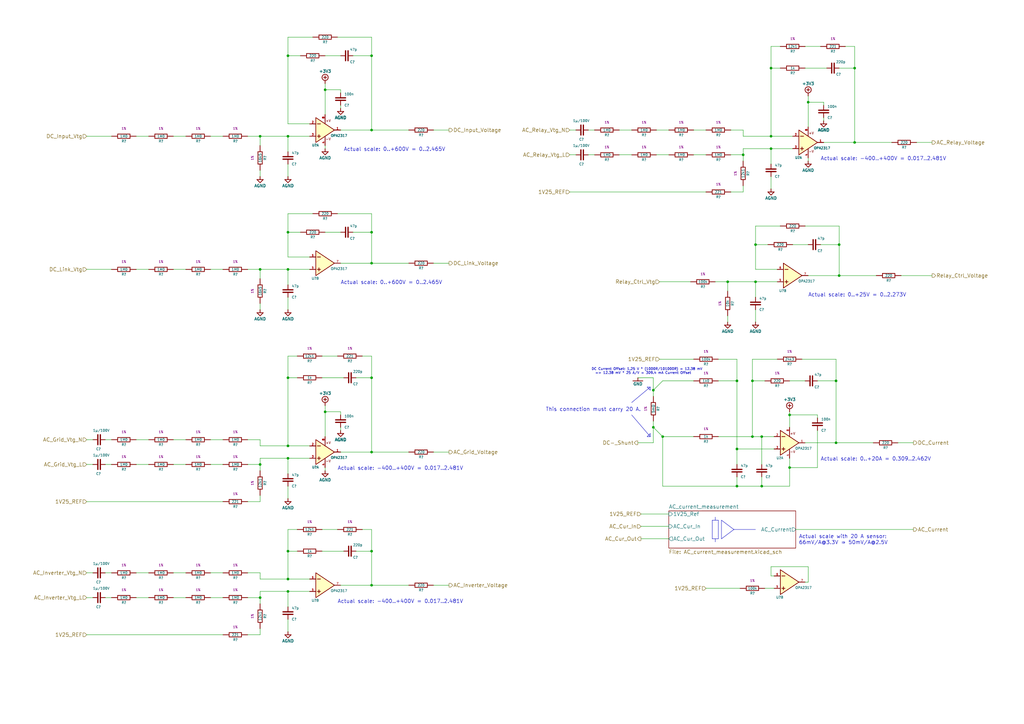
<source format=kicad_sch>
(kicad_sch (version 20211123) (generator eeschema)
  (paper "A3")
  (title_block (title "Analog Frontend") (date "2016-03-09") (rev "0.1") (company "Open Source Solar Inverter Project"))
  (junction (at 308.61 179.07))
  (junction (at 118.11 182.88))
  (junction (at 323.85 170.18))
  (junction (at 118.11 237.49))
  (junction (at 309.88 100.33))
  (junction (at 316.23 55.88))
  (junction (at 316.23 27.94))
  (junction (at 309.88 115.57))
  (junction (at 133.35 168.91))
  (junction (at 323.85 191.77))
  (junction (at 350.52 27.94))
  (junction (at 312.42 199.39))
  (junction (at 152.4 154.94))
  (junction (at 106.68 110.49))
  (junction (at 298.45 115.57))
  (junction (at 152.4 185.42))
  (junction (at 118.11 110.49))
  (junction (at 308.61 156.21))
  (junction (at 316.23 60.96))
  (junction (at 271.78 179.07))
  (junction (at 312.42 179.07))
  (junction (at 152.4 107.95))
  (junction (at 302.26 199.39))
  (junction (at 350.52 58.42))
  (junction (at 118.11 154.94))
  (junction (at 342.9 156.21))
  (junction (at 152.4 95.25))
  (junction (at 152.4 240.03))
  (junction (at 344.17 113.03))
  (junction (at 118.11 242.57))
  (junction (at 118.11 55.88))
  (junction (at 106.68 190.5))
  (junction (at 118.11 22.86))
  (junction (at 152.4 226.06))
  (junction (at 267.97 160.02))
  (junction (at 106.68 245.11))
  (junction (at 118.11 95.25))
  (junction (at 342.9 181.61))
  (junction (at 302.26 184.15))
  (junction (at 302.26 156.21))
  (junction (at 331.47 41.91))
  (junction (at 118.11 226.06))
  (junction (at 152.4 53.34))
  (junction (at 304.8 63.5))
  (junction (at 133.35 36.83))
  (junction (at 152.4 22.86))
  (junction (at 106.68 55.88))
  (junction (at 118.11 187.96))
  (junction (at 344.17 100.33))
  (junction (at 267.97 175.26))
  (wire (pts (xy 55.88 110.49) (xy 60.96 110.49)))
  (wire (pts (xy 269.24 63.5) (xy 274.32 63.5)))
  (wire (pts (xy 262.89 220.98) (xy 274.32 220.98)))
  (wire (pts (xy 86.36 245.11) (xy 91.44 245.11)))
  (wire (pts (xy 309.88 110.49) (xy 318.77 110.49)))
  (polyline (pts (xy 266.7 179.07) (xy 266.7 177.8)) (stroke (width 0) (type solid)))
  (wire (pts (xy 271.78 179.07) (xy 284.48 179.07)))
  (wire (pts (xy 101.6 234.95) (xy 106.68 234.95)))
  (wire (pts (xy 132.08 226.06) (xy 140.97 226.06)))
  (wire (pts (xy 304.8 63.5) (xy 304.8 66.04)))
  (wire (pts (xy 101.6 55.88) (xy 106.68 55.88)))
  (wire (pts (xy 101.6 190.5) (xy 106.68 190.5)))
  (wire (pts (xy 152.4 107.95) (xy 167.64 107.95)))
  (wire (pts (xy 342.9 147.32) (xy 342.9 156.21)))
  (polyline (pts (xy 265.43 179.07) (xy 266.7 179.07)) (stroke (width 0) (type solid)))
  (wire (pts (xy 55.88 180.34) (xy 60.96 180.34)))
  (wire (pts (xy 289.56 241.3) (xy 303.53 241.3)))
  (wire (pts (xy 177.8 185.42) (xy 184.15 185.42)))
  (wire (pts (xy 312.42 179.07) (xy 317.5 179.07)))
  (wire (pts (xy 118.11 110.49) (xy 127 110.49)))
  (wire (pts (xy 55.88 245.11) (xy 60.96 245.11)))
  (wire (pts (xy 335.28 170.18) (xy 335.28 171.45)))
  (polyline (pts (xy 266.7 160.02) (xy 266.7 158.75)) (stroke (width 0) (type solid)))
  (wire (pts (xy 35.56 260.35) (xy 91.44 260.35)))
  (wire (pts (xy 43.18 245.11) (xy 45.72 245.11)))
  (wire (pts (xy 298.45 115.57) (xy 309.88 115.57)))
  (wire (pts (xy 38.1 180.34) (xy 35.56 180.34)))
  (wire (pts (xy 342.9 156.21) (xy 342.9 181.61)))
  (wire (pts (xy 267.97 181.61) (xy 261.62 181.61)))
  (wire (pts (xy 118.11 226.06) (xy 121.92 226.06)))
  (wire (pts (xy 132.08 217.17) (xy 138.43 217.17)))
  (wire (pts (xy 106.68 124.46) (xy 106.68 127)))
  (wire (pts (xy 118.11 204.47) (xy 118.11 199.39)))
  (wire (pts (xy 118.11 105.41) (xy 127 105.41)))
  (wire (pts (xy 331.47 238.76) (xy 331.47 232.41)))
  (wire (pts (xy 267.97 172.72) (xy 267.97 175.26)))
  (wire (pts (xy 331.47 39.37) (xy 331.47 41.91)))
  (wire (pts (xy 325.12 100.33) (xy 331.47 100.33)))
  (polyline (pts (xy 295.91 220.98) (xy 295.91 213.36)) (stroke (width 0) (type solid)))
  (wire (pts (xy 344.17 100.33) (xy 344.17 113.03)))
  (wire (pts (xy 106.68 242.57) (xy 118.11 242.57)))
  (polyline (pts (xy 300.99 217.17) (xy 309.88 217.17)) (stroke (width 0) (type solid)))
  (wire (pts (xy 101.6 110.49) (xy 106.68 110.49)))
  (wire (pts (xy 133.35 36.83) (xy 139.7 36.83)))
  (wire (pts (xy 38.1 234.95) (xy 35.56 234.95)))
  (wire (pts (xy 316.23 19.05) (xy 316.23 27.94)))
  (wire (pts (xy 308.61 156.21) (xy 308.61 179.07)))
  (wire (pts (xy 299.72 53.34) (xy 304.8 53.34)))
  (wire (pts (xy 316.23 19.05) (xy 320.04 19.05)))
  (polyline (pts (xy 259.08 165.1) (xy 266.7 158.75)) (stroke (width 0) (type solid)))
  (polyline (pts (xy 300.99 217.17) (xy 295.91 220.98)) (stroke (width 0) (type solid)))
  (wire (pts (xy 118.11 55.88) (xy 127 55.88)))
  (wire (pts (xy 106.68 237.49) (xy 118.11 237.49)))
  (wire (pts (xy 316.23 232.41) (xy 316.23 236.22)))
  (wire (pts (xy 139.7 175.26) (xy 139.7 176.53)))
  (wire (pts (xy 316.23 67.31) (xy 316.23 60.96)))
  (wire (pts (xy 375.92 58.42) (xy 382.27 58.42)))
  (wire (pts (xy 337.82 58.42) (xy 350.52 58.42)))
  (wire (pts (xy 299.72 63.5) (xy 304.8 63.5)))
  (wire (pts (xy 118.11 154.94) (xy 121.92 154.94)))
  (wire (pts (xy 106.68 190.5) (xy 106.68 193.04)))
  (wire (pts (xy 43.18 234.95) (xy 45.72 234.95)))
  (wire (pts (xy 139.7 53.34) (xy 152.4 53.34)))
  (wire (pts (xy 106.68 257.81) (xy 106.68 260.35)))
  (wire (pts (xy 71.12 245.11) (xy 76.2 245.11)))
  (wire (pts (xy 331.47 41.91) (xy 337.82 41.91)))
  (wire (pts (xy 101.6 180.34) (xy 106.68 180.34)))
  (polyline (pts (xy 293.37 220.98) (xy 293.37 222.25)) (stroke (width 0) (type solid)))
  (wire (pts (xy 331.47 66.04) (xy 331.47 64.77)))
  (polyline (pts (xy 292.1 220.98) (xy 292.1 213.36)) (stroke (width 0) (type solid)))
  (wire (pts (xy 118.11 146.05) (xy 118.11 154.94)))
  (wire (pts (xy 118.11 146.05) (xy 121.92 146.05)))
  (polyline (pts (xy 295.91 213.36) (xy 300.99 217.17)) (stroke (width 0) (type solid)))
  (wire (pts (xy 302.26 147.32) (xy 302.26 156.21)))
  (wire (pts (xy 330.2 27.94) (xy 339.09 27.94)))
  (wire (pts (xy 106.68 242.57) (xy 106.68 245.11)))
  (wire (pts (xy 152.4 217.17) (xy 152.4 226.06)))
  (wire (pts (xy 138.43 87.63) (xy 152.4 87.63)))
  (wire (pts (xy 118.11 237.49) (xy 127 237.49)))
  (wire (pts (xy 346.71 19.05) (xy 350.52 19.05)))
  (wire (pts (xy 309.88 92.71) (xy 320.04 92.71)))
  (wire (pts (xy 342.9 181.61) (xy 358.14 181.61)))
  (wire (pts (xy 304.8 60.96) (xy 304.8 63.5)))
  (wire (pts (xy 323.85 156.21) (xy 330.2 156.21)))
  (wire (pts (xy 236.22 53.34) (xy 233.68 53.34)))
  (wire (pts (xy 304.8 55.88) (xy 316.23 55.88)))
  (wire (pts (xy 323.85 199.39) (xy 323.85 191.77)))
  (wire (pts (xy 118.11 72.39) (xy 118.11 67.31)))
  (wire (pts (xy 304.8 53.34) (xy 304.8 55.88)))
  (wire (pts (xy 271.78 179.07) (xy 271.78 199.39)))
  (polyline (pts (xy 293.37 212.09) (xy 293.37 213.36)) (stroke (width 0) (type solid)))
  (wire (pts (xy 106.68 205.74) (xy 106.68 203.2)))
  (wire (pts (xy 344.17 92.71) (xy 344.17 100.33)))
  (wire (pts (xy 106.68 180.34) (xy 106.68 182.88)))
  (wire (pts (xy 106.68 187.96) (xy 106.68 190.5)))
  (wire (pts (xy 43.18 180.34) (xy 45.72 180.34)))
  (wire (pts (xy 267.97 175.26) (xy 267.97 181.61)))
  (wire (pts (xy 304.8 78.74) (xy 299.72 78.74)))
  (wire (pts (xy 236.22 63.5) (xy 233.68 63.5)))
  (wire (pts (xy 323.85 168.91) (xy 323.85 170.18)))
  (wire (pts (xy 308.61 147.32) (xy 318.77 147.32)))
  (wire (pts (xy 323.85 170.18) (xy 323.85 175.26)))
  (wire (pts (xy 106.68 260.35) (xy 101.6 260.35)))
  (wire (pts (xy 144.78 95.25) (xy 152.4 95.25)))
  (wire (pts (xy 133.35 95.25) (xy 139.7 95.25)))
  (wire (pts (xy 133.35 168.91) (xy 139.7 168.91)))
  (wire (pts (xy 254 53.34) (xy 259.08 53.34)))
  (wire (pts (xy 254 63.5) (xy 259.08 63.5)))
  (wire (pts (xy 71.12 234.95) (xy 76.2 234.95)))
  (wire (pts (xy 330.2 181.61) (xy 342.9 181.61)))
  (wire (pts (xy 118.11 226.06) (xy 118.11 237.49)))
  (wire (pts (xy 328.93 147.32) (xy 342.9 147.32)))
  (wire (pts (xy 118.11 62.23) (xy 118.11 55.88)))
  (wire (pts (xy 312.42 199.39) (xy 312.42 195.58)))
  (wire (pts (xy 331.47 232.41) (xy 316.23 232.41)))
  (wire (pts (xy 152.4 15.24) (xy 152.4 22.86)))
  (wire (pts (xy 118.11 154.94) (xy 118.11 182.88)))
  (wire (pts (xy 308.61 179.07) (xy 312.42 179.07)))
  (wire (pts (xy 139.7 36.83) (xy 139.7 38.1)))
  (wire (pts (xy 55.88 55.88) (xy 60.96 55.88)))
  (wire (pts (xy 106.68 182.88) (xy 118.11 182.88)))
  (wire (pts (xy 331.47 113.03) (xy 344.17 113.03)))
  (wire (pts (xy 133.35 36.83) (xy 133.35 46.99)))
  (wire (pts (xy 118.11 15.24) (xy 118.11 22.86)))
  (wire (pts (xy 309.88 92.71) (xy 309.88 100.33)))
  (wire (pts (xy 271.78 199.39) (xy 302.26 199.39)))
  (wire (pts (xy 106.68 55.88) (xy 106.68 59.69)))
  (wire (pts (xy 368.3 181.61) (xy 374.65 181.61)))
  (wire (pts (xy 133.35 193.04) (xy 133.35 191.77)))
  (polyline (pts (xy 265.43 158.75) (xy 266.7 160.02)) (stroke (width 0) (type solid)))
  (wire (pts (xy 267.97 154.94) (xy 267.97 160.02)))
  (wire (pts (xy 177.8 53.34) (xy 184.15 53.34)))
  (wire (pts (xy 118.11 15.24) (xy 128.27 15.24)))
  (wire (pts (xy 118.11 217.17) (xy 121.92 217.17)))
  (wire (pts (xy 267.97 160.02) (xy 267.97 162.56)))
  (wire (pts (xy 344.17 113.03) (xy 359.41 113.03)))
  (wire (pts (xy 118.11 87.63) (xy 128.27 87.63)))
  (polyline (pts (xy 294.64 220.98) (xy 292.1 220.98)) (stroke (width 0) (type solid)))
  (wire (pts (xy 241.3 63.5) (xy 243.84 63.5)))
  (wire (pts (xy 302.26 199.39) (xy 312.42 199.39)))
  (wire (pts (xy 106.68 55.88) (xy 118.11 55.88)))
  (wire (pts (xy 118.11 50.8) (xy 127 50.8)))
  (wire (pts (xy 335.28 176.53) (xy 335.28 191.77)))
  (wire (pts (xy 313.69 241.3) (xy 317.5 241.3)))
  (wire (pts (xy 86.36 110.49) (xy 91.44 110.49)))
  (wire (pts (xy 330.2 238.76) (xy 331.47 238.76)))
  (wire (pts (xy 139.7 43.18) (xy 139.7 44.45)))
  (wire (pts (xy 152.4 87.63) (xy 152.4 95.25)))
  (wire (pts (xy 262.89 210.82) (xy 274.32 210.82)))
  (wire (pts (xy 152.4 95.25) (xy 152.4 107.95)))
  (wire (pts (xy 43.18 190.5) (xy 45.72 190.5)))
  (wire (pts (xy 152.4 22.86) (xy 152.4 53.34)))
  (wire (pts (xy 55.88 234.95) (xy 60.96 234.95)))
  (wire (pts (xy 298.45 115.57) (xy 298.45 119.38)))
  (wire (pts (xy 133.35 34.29) (xy 133.35 36.83)))
  (wire (pts (xy 309.88 115.57) (xy 318.77 115.57)))
  (wire (pts (xy 118.11 95.25) (xy 118.11 105.41)))
  (wire (pts (xy 335.28 191.77) (xy 323.85 191.77)))
  (wire (pts (xy 293.37 115.57) (xy 298.45 115.57)))
  (wire (pts (xy 309.88 100.33) (xy 314.96 100.33)))
  (wire (pts (xy 118.11 248.92) (xy 118.11 242.57)))
  (wire (pts (xy 308.61 147.32) (xy 308.61 156.21)))
  (wire (pts (xy 316.23 27.94) (xy 316.23 55.88)))
  (polyline (pts (xy 259.08 170.18) (xy 266.7 179.07)) (stroke (width 0) (type solid)))
  (polyline (pts (xy 266.7 177.8) (xy 265.43 179.07)) (stroke (width 0) (type solid)))
  (wire (pts (xy 86.36 234.95) (xy 91.44 234.95)))
  (wire (pts (xy 118.11 242.57) (xy 127 242.57)))
  (wire (pts (xy 241.3 53.34) (xy 243.84 53.34)))
  (wire (pts (xy 86.36 55.88) (xy 91.44 55.88)))
  (wire (pts (xy 71.12 55.88) (xy 76.2 55.88)))
  (wire (pts (xy 316.23 27.94) (xy 320.04 27.94)))
  (wire (pts (xy 146.05 154.94) (xy 152.4 154.94)))
  (wire (pts (xy 139.7 240.03) (xy 152.4 240.03)))
  (wire (pts (xy 337.82 48.26) (xy 337.82 49.53)))
  (wire (pts (xy 302.26 184.15) (xy 317.5 184.15)))
  (wire (pts (xy 284.48 53.34) (xy 289.56 53.34)))
  (wire (pts (xy 152.4 226.06) (xy 152.4 240.03)))
  (wire (pts (xy 71.12 190.5) (xy 76.2 190.5)))
  (wire (pts (xy 118.11 22.86) (xy 123.19 22.86)))
  (wire (pts (xy 118.11 182.88) (xy 127 182.88)))
  (wire (pts (xy 302.26 195.58) (xy 302.26 199.39)))
  (wire (pts (xy 308.61 156.21) (xy 313.69 156.21)))
  (wire (pts (xy 118.11 22.86) (xy 118.11 50.8)))
  (wire (pts (xy 86.36 180.34) (xy 91.44 180.34)))
  (wire (pts (xy 294.64 147.32) (xy 302.26 147.32)))
  (wire (pts (xy 350.52 58.42) (xy 365.76 58.42)))
  (wire (pts (xy 177.8 240.03) (xy 184.15 240.03)))
  (wire (pts (xy 118.11 87.63) (xy 118.11 95.25)))
  (wire (pts (xy 233.68 78.74) (xy 289.56 78.74)))
  (wire (pts (xy 316.23 60.96) (xy 325.12 60.96)))
  (wire (pts (xy 350.52 27.94) (xy 350.52 58.42)))
  (wire (pts (xy 152.4 185.42) (xy 167.64 185.42)))
  (wire (pts (xy 38.1 245.11) (xy 35.56 245.11)))
  (wire (pts (xy 312.42 199.39) (xy 323.85 199.39)))
  (wire (pts (xy 118.11 217.17) (xy 118.11 226.06)))
  (wire (pts (xy 101.6 205.74) (xy 106.68 205.74)))
  (wire (pts (xy 118.11 127) (xy 118.11 121.92)))
  (wire (pts (xy 132.08 146.05) (xy 138.43 146.05)))
  (wire (pts (xy 118.11 95.25) (xy 123.19 95.25)))
  (wire (pts (xy 35.56 110.49) (xy 45.72 110.49)))
  (wire (pts (xy 152.4 146.05) (xy 152.4 154.94)))
  (wire (pts (xy 71.12 110.49) (xy 76.2 110.49)))
  (wire (pts (xy 138.43 15.24) (xy 152.4 15.24)))
  (wire (pts (xy 133.35 60.96) (xy 133.35 59.69)))
  (wire (pts (xy 267.97 175.26) (xy 271.78 179.07)))
  (wire (pts (xy 316.23 55.88) (xy 325.12 55.88)))
  (wire (pts (xy 262.89 215.9) (xy 274.32 215.9)))
  (wire (pts (xy 261.62 154.94) (xy 267.97 154.94)))
  (wire (pts (xy 335.28 156.21) (xy 342.9 156.21)))
  (wire (pts (xy 312.42 190.5) (xy 312.42 179.07)))
  (wire (pts (xy 35.56 205.74) (xy 91.44 205.74)))
  (wire (pts (xy 133.35 166.37) (xy 133.35 168.91)))
  (wire (pts (xy 294.64 179.07) (xy 308.61 179.07)))
  (wire (pts (xy 106.68 110.49) (xy 106.68 114.3)))
  (wire (pts (xy 101.6 245.11) (xy 106.68 245.11)))
  (wire (pts (xy 132.08 154.94) (xy 140.97 154.94)))
  (wire (pts (xy 284.48 63.5) (xy 289.56 63.5)))
  (wire (pts (xy 35.56 55.88) (xy 45.72 55.88)))
  (wire (pts (xy 152.4 240.03) (xy 167.64 240.03)))
  (wire (pts (xy 316.23 236.22) (xy 317.5 236.22)))
  (wire (pts (xy 309.88 100.33) (xy 309.88 110.49)))
  (wire (pts (xy 298.45 129.54) (xy 298.45 132.08)))
  (wire (pts (xy 267.97 160.02) (xy 271.78 156.21)))
  (wire (pts (xy 106.68 187.96) (xy 118.11 187.96)))
  (wire (pts (xy 146.05 226.06) (xy 152.4 226.06)))
  (wire (pts (xy 316.23 77.47) (xy 316.23 72.39)))
  (wire (pts (xy 323.85 170.18) (xy 335.28 170.18)))
  (wire (pts (xy 304.8 60.96) (xy 316.23 60.96)))
  (wire (pts (xy 118.11 194.31) (xy 118.11 187.96)))
  (wire (pts (xy 330.2 19.05) (xy 336.55 19.05)))
  (wire (pts (xy 152.4 53.34) (xy 167.64 53.34)))
  (wire (pts (xy 152.4 154.94) (xy 152.4 185.42)))
  (wire (pts (xy 302.26 156.21) (xy 302.26 184.15)))
  (wire (pts (xy 326.39 217.17) (xy 374.65 217.17)))
  (wire (pts (xy 118.11 259.08) (xy 118.11 254)))
  (wire (pts (xy 118.11 187.96) (xy 127 187.96)))
  (wire (pts (xy 86.36 190.5) (xy 91.44 190.5)))
  (wire (pts (xy 309.88 132.08) (xy 309.88 127)))
  (wire (pts (xy 177.8 107.95) (xy 184.15 107.95)))
  (polyline (pts (xy 294.64 213.36) (xy 294.64 220.98)) (stroke (width 0) (type solid)))
  (wire (pts (xy 139.7 107.95) (xy 152.4 107.95)))
  (wire (pts (xy 331.47 41.91) (xy 331.47 52.07)))
  (wire (pts (xy 133.35 168.91) (xy 133.35 179.07)))
  (wire (pts (xy 106.68 69.85) (xy 106.68 72.39)))
  (wire (pts (xy 270.51 115.57) (xy 283.21 115.57)))
  (wire (pts (xy 269.24 53.34) (xy 274.32 53.34)))
  (wire (pts (xy 55.88 190.5) (xy 60.96 190.5)))
  (wire (pts (xy 323.85 191.77) (xy 323.85 187.96)))
  (wire (pts (xy 133.35 22.86) (xy 139.7 22.86)))
  (polyline (pts (xy 266.7 158.75) (xy 265.43 158.75)) (stroke (width 0) (type solid)))
  (wire (pts (xy 294.64 156.21) (xy 302.26 156.21)))
  (wire (pts (xy 71.12 180.34) (xy 76.2 180.34)))
  (wire (pts (xy 369.57 113.03) (xy 382.27 113.03)))
  (polyline (pts (xy 292.1 213.36) (xy 294.64 213.36)) (stroke (width 0) (type solid)))
  (wire (pts (xy 144.78 22.86) (xy 152.4 22.86)))
  (wire (pts (xy 148.59 146.05) (xy 152.4 146.05)))
  (wire (pts (xy 106.68 234.95) (xy 106.68 237.49)))
  (wire (pts (xy 309.88 121.92) (xy 309.88 115.57)))
  (wire (pts (xy 350.52 19.05) (xy 350.52 27.94)))
  (wire (pts (xy 270.51 147.32) (xy 284.48 147.32)))
  (wire (pts (xy 139.7 168.91) (xy 139.7 170.18)))
  (wire (pts (xy 139.7 185.42) (xy 152.4 185.42)))
  (wire (pts (xy 106.68 245.11) (xy 106.68 247.65)))
  (wire (pts (xy 302.26 184.15) (xy 302.26 190.5)))
  (wire (pts (xy 106.68 110.49) (xy 118.11 110.49)))
  (wire (pts (xy 344.17 27.94) (xy 350.52 27.94)))
  (wire (pts (xy 330.2 92.71) (xy 344.17 92.71)))
  (wire (pts (xy 271.78 156.21) (xy 284.48 156.21)))
  (wire (pts (xy 304.8 76.2) (xy 304.8 78.74)))
  (wire (pts (xy 118.11 116.84) (xy 118.11 110.49)))
  (wire (pts (xy 38.1 190.5) (xy 35.56 190.5)))
  (wire (pts (xy 148.59 217.17) (xy 152.4 217.17)))
  (wire (pts (xy 337.82 41.91) (xy 337.82 43.18)))
  (wire (pts (xy 336.55 100.33) (xy 344.17 100.33)))
  (text "Actual scale: 0..+600V = 0..2.465V" (at 139.7 116.84 0) (effects (font (size 1.524 1.524)) (justify left bottom)))
  (text "Actual scale: 0..+600V = 0..2.465V" (at 140.97 62.23 0) (effects (font (size 1.524 1.524)) (justify left bottom)))
  (text "Actual scale: 0..+20A = 0.309..2.462V" (at 336.55 189.23 0) (effects (font (size 1.524 1.524)) (justify left bottom)))
  (text "Actual scale with 20 A sensor:\n66 mV/A@3.3 V ⇒ 50 mV/A@2.5 V" (at 327.66 223.52 0) (effects (font (size 1.524 1.524)) (justify left bottom)))
  (text "Actual scale: −400..+400V = 0.017..2.481V" (at 138.43 247.65 0) (effects (font (size 1.524 1.524)) (justify left bottom)))
  (text "DC Current Offset: 1.25 V * (1000R/101000R) = 12.38 mV\n  => 12.38 mV * 25 A/V = 309.4 mA Current Offset" (at 242.57 153.67 0) (effects (font (size 0.9906 0.9906)) (justify left bottom)))
  (text "Actual scale: 0..+25V = 0..2.273V" (at 331.47 121.92 0) (effects (font (size 1.524 1.524)) (justify left bottom)))
  (text "This connection must carry 20 A." (at 262.89 168.91 180) (effects (font (size 1.524 1.524)) (justify right bottom)))
  (text "Actual scale: −400..+400V = 0.017..2.481V" (at 336.55 66.04 0) (effects (font (size 1.524 1.524)) (justify left bottom)))
  (text "Actual scale: −400..+400V = 0.017..2.481V" (at 138.43 193.04 0) (effects (font (size 1.524 1.524)) (justify left bottom)))
  (hierarchical_label "DC_Input_Voltage" (shape output) (at 184.15 53.34 0) (effects (font (size 1.524 1.524))))
  (hierarchical_label "AC_Inverter_Vtg_N" (shape input) (at 35.56 234.95 180) (effects (font (size 1.524 1.524))))
  (hierarchical_label "AC_Grid_Vtg_L" (shape input) (at 35.56 190.5 180) (effects (font (size 1.524 1.524))))
  (hierarchical_label "AC_Grid_Voltage" (shape output) (at 184.15 185.42 0) (effects (font (size 1.524 1.524))))
  (hierarchical_label "AC_Current" (shape output) (at 374.65 217.17 0) (effects (font (size 1.524 1.524))))
  (hierarchical_label "AC_Relay_Voltage" (shape output) (at 382.27 58.42 0) (effects (font (size 1.524 1.524))))
  (hierarchical_label "DC_Current" (shape output) (at 374.65 181.61 0) (effects (font (size 1.524 1.524))))
  (hierarchical_label "Relay_Ctrl_Voltage" (shape output) (at 382.27 113.03 0) (effects (font (size 1.524 1.524))))
  (hierarchical_label "1V25_REF" (shape input) (at 270.51 147.32 180) (effects (font (size 1.524 1.524))))
  (hierarchical_label "1V25_REF" (shape input) (at 35.56 260.35 180) (effects (font (size 1.524 1.524))))
  (hierarchical_label "Relay_Ctrl_Vtg" (shape input) (at 270.51 115.57 180) (effects (font (size 1.524 1.524))))
  (hierarchical_label "DC_Input_Vtg" (shape input) (at 35.56 55.88 180) (effects (font (size 1.524 1.524))))
  (hierarchical_label "AC_Inverter_Voltage" (shape output) (at 184.15 240.03 0) (effects (font (size 1.524 1.524))))
  (hierarchical_label "1V25_REF" (shape input) (at 289.56 241.3 180) (effects (font (size 1.524 1.524))))
  (hierarchical_label "AC_Inverter_Vtg_L" (shape input) (at 35.56 245.11 180) (effects (font (size 1.524 1.524))))
  (hierarchical_label "AC_Grid_Vtg_N" (shape input) (at 35.56 180.34 180) (effects (font (size 1.524 1.524))))
  (hierarchical_label "1V25_REF" (shape input) (at 262.89 210.82 180) (effects (font (size 1.524 1.524))))
  (hierarchical_label "1V25_REF" (shape input) (at 233.68 78.74 180) (effects (font (size 1.524 1.524))))
  (hierarchical_label "DC-_Shunt" (shape output) (at 261.62 181.61 180) (effects (font (size 1.524 1.524))))
  (hierarchical_label "DC_Link_Vtg" (shape input) (at 35.56 110.49 180) (effects (font (size 1.524 1.524))))
  (hierarchical_label "AC_Cur_Out" (shape output) (at 262.89 220.98 180) (effects (font (size 1.524 1.524))))
  (hierarchical_label "DC_Link_Voltage" (shape output) (at 184.15 107.95 0) (effects (font (size 1.524 1.524))))
  (hierarchical_label "AC_Relay_Vtg_N" (shape input) (at 233.68 53.34 180) (effects (font (size 1.524 1.524))))
  (hierarchical_label "AC_Cur_In" (shape input) (at 262.89 215.9 180) (effects (font (size 1.524 1.524))))
  (hierarchical_label "AC_Relay_Vtg_L" (shape input) (at 233.68 63.5 180) (effects (font (size 1.524 1.524))))
  (hierarchical_label "1V25_REF" (shape input) (at 35.56 205.74 180) (effects (font (size 1.524 1.524))))
  (symbol (lib_id "OSSI_standard_components:Resistor") (at 50.8 55.88 0) (unit 1)
    (property "Reference" "R?" (at 50.8 57.912 0) (effects (font (size 0.9906 0.9906))))
    (property "Value" "1M0" (at 50.8 55.88 0) (effects (font (size 0.9906 0.9906))))
    (property "Footprint" "OSSI_standard_footprints:MELF_0204_W" (effects hide))
    (property "Tolerance" "1%" (at 50.8 52.705 0) (effects (font (size 0.889 0.889))))
    (property "Manufacturer" "M" (effects hide))
    (property "Partnumber" "P" (effects hide))
    (property "Supplier" "S" (effects hide))
    (property "Order No." "O.No." (effects hide))
  )
  (symbol (lib_id "OSSI_standard_components:Resistor") (at 66.04 55.88 0) (unit 1)
    (property "Reference" "R?" (at 66.04 57.912 0) (effects (font (size 0.9906 0.9906))))
    (property "Value" "1M0" (at 66.04 55.88 0) (effects (font (size 0.9906 0.9906))))
    (property "Footprint" "OSSI_standard_footprints:MELF_0204_W" (effects hide))
    (property "Tolerance" "1%" (at 66.04 52.705 0) (effects (font (size 0.889 0.889))))
    (property "Manufacturer" "M" (effects hide))
    (property "Partnumber" "P" (effects hide))
    (property "Supplier" "S" (effects hide))
    (property "Order No." "O.No." (effects hide))
  )
  (symbol (lib_id "OSSI_standard_components:Resistor") (at 81.28 55.88 0) (unit 1)
    (property "Reference" "R?" (at 81.28 57.912 0) (effects (font (size 0.9906 0.9906))))
    (property "Value" "1M0" (at 81.28 55.88 0) (effects (font (size 0.9906 0.9906))))
    (property "Footprint" "OSSI_standard_footprints:MELF_0204_W" (effects hide))
    (property "Tolerance" "1%" (at 81.28 52.705 0) (effects (font (size 0.889 0.889))))
    (property "Manufacturer" "M" (effects hide))
    (property "Partnumber" "P" (effects hide))
    (property "Supplier" "S" (effects hide))
    (property "Order No." "O.No." (effects hide))
  )
  (symbol (lib_id "OSSI_standard_components:Resistor") (at 96.52 55.88 0) (unit 1)
    (property "Reference" "R?" (at 96.52 57.912 0) (effects (font (size 0.9906 0.9906))))
    (property "Value" "1M0" (at 96.52 55.88 0) (effects (font (size 0.9906 0.9906))))
    (property "Footprint" "OSSI_standard_footprints:MELF_0204_W" (effects hide))
    (property "Tolerance" "1%" (at 96.52 52.705 0) (effects (font (size 0.889 0.889))))
    (property "Manufacturer" "M" (effects hide))
    (property "Partnumber" "P" (effects hide))
    (property "Supplier" "S" (effects hide))
    (property "Order No." "O.No." (effects hide))
  )
  (symbol (lib_id "OSSI_standard_components:Resistor") (at 106.68 64.77 90) (mirror x) (unit 1)
    (property "Reference" "R?" (at 108.712 64.77 0) (effects (font (size 0.9906 0.9906))))
    (property "Value" "16k5" (at 106.68 64.77 0) (effects (font (size 0.9906 0.9906))))
    (property "Footprint" "OSSI_standard_footprints:0603_W" (effects hide))
    (property "Tolerance" "1%" (at 103.505 64.77 0) (effects (font (size 0.889 0.889))))
    (property "Manufacturer" "M" (effects hide))
    (property "Partnumber" "P" (effects hide))
    (property "Supplier" "S" (effects hide))
    (property "Order No." "O.No." (effects hide))
  )
  (symbol (lib_id "OSSI_standard_components:Resistor") (at 133.35 15.24 0) (unit 1)
    (property "Reference" "R?" (at 133.35 17.272 0) (effects (font (size 0.9906 0.9906))))
    (property "Value" "220" (at 133.35 15.24 0) (effects (font (size 0.9906 0.9906))))
    (property "Tolerance" "%" (effects hide))
    (property "Manufacturer" "M" (effects hide))
    (property "Partnumber" "P" (effects hide))
    (property "Supplier" "S" (effects hide))
    (property "Order No." "O.No." (effects hide))
  )
  (symbol (lib_id "OSSI_standard_components:Resistor") (at 128.27 22.86 0) (unit 1)
    (property "Reference" "R?" (at 128.27 24.892 0) (effects (font (size 0.9906 0.9906))))
    (property "Value" "220" (at 128.27 22.86 0) (effects (font (size 0.9906 0.9906))))
    (property "Tolerance" "%" (effects hide))
    (property "Manufacturer" "M" (effects hide))
    (property "Partnumber" "P" (effects hide))
    (property "Supplier" "S" (effects hide))
    (property "Order No." "O.No." (effects hide))
  )
  (symbol (lib_id "OSSI_standard_components:Capacitor") (at 142.24 22.86 270) (unit 1)
    (property "Reference" "C?" (at 143.51 25.4 90) (effects (font (size 0.9906 0.9906)) (justify left)))
    (property "Value" "47p" (at 143.51 20.32 90) (effects (font (size 0.9906 0.9906)) (justify left)))
    (property "Tolerance" "%" (effects hide))
    (property "Manufacturer" "M" (effects hide))
    (property "Partnumber" "P" (effects hide))
    (property "Supplier" "S" (effects hide))
    (property "Order No." "O.No." (effects hide))
  )
  (symbol (lib_id "OSSI_standard_components:Capacitor") (at 139.7 40.64 0) (unit 1)
    (property "Reference" "C?" (at 141.224 43.18 0) (effects (font (size 0.9906 0.9906)) (justify left)))
    (property "Value" "100n" (at 141.224 38.608 0) (effects (font (size 0.9906 0.9906)) (justify left)))
    (property "Tolerance" "%" (effects hide))
    (property "Manufacturer" "M" (effects hide))
    (property "Partnumber" "P" (effects hide))
    (property "Supplier" "S" (effects hide))
    (property "Order No." "O.No." (effects hide))
  )
  (symbol (lib_id "OSSI_standard_components:Resistor") (at 172.72 53.34 0) (unit 1)
    (property "Reference" "R?" (at 172.72 55.372 0) (effects (font (size 0.9906 0.9906))))
    (property "Value" "220" (at 172.72 53.34 0) (effects (font (size 0.9906 0.9906))))
    (property "Tolerance" "%" (effects hide))
    (property "Manufacturer" "M" (effects hide))
    (property "Partnumber" "P" (effects hide))
    (property "Supplier" "S" (effects hide))
    (property "Order No." "O.No." (effects hide))
  )
  (symbol (lib_id "OSSI_standard_components:Resistor") (at 267.97 167.64 90) (mirror x) (unit 1)
    (property "Reference" "R?" (at 270.002 167.64 0) (effects (font (size 0.9906 0.9906))))
    (property "Value" "5mΩ" (at 267.97 167.64 0) (effects (font (size 0.9906 0.9906))))
    (property "Footprint" "OSSI_standard_footprints:2512_W" (effects hide))
    (property "Tolerance" "1%" (at 264.795 167.64 0) (effects (font (size 0.889 0.889))))
    (property "Manufacturer" "Riedon" (effects hide))
    (property "Partnumber" "CSRL3-0R005F8" (effects hide))
    (property "Supplier" "Digikey" (effects hide))
    (property "Order No." "696-1837-1-ND " (effects hide))
  )
  (symbol (lib_id "OSSI_standard_components:Capacitor") (at 118.11 64.77 0) (unit 1)
    (property "Reference" "C?" (at 119.634 67.31 0) (effects (font (size 0.9906 0.9906)) (justify left)))
    (property "Value" "47p" (at 119.634 62.738 0) (effects (font (size 0.9906 0.9906)) (justify left)))
    (property "Tolerance" "%" (effects hide))
    (property "Manufacturer" "M" (effects hide))
    (property "Partnumber" "P" (effects hide))
    (property "Supplier" "S" (effects hide))
    (property "Order No." "O.No." (effects hide))
  )
  (symbol (lib_id "OSSI_standard_components:DUAL_OPAMP") (at 132.08 53.34 0) (unit 1)
    (property "Reference" "U?" (at 130.81 59.563 0) (effects (font (size 0.9906 0.9906)) (justify right)))
    (property "Value" "OPA2317" (at 135.636 55.626 0) (effects (font (size 0.9906 0.9906)) (justify left)))
    (property "Footprint" "OSSI_standard_footprints:SOIC8" (effects hide))
    (property "Manufacturer" "M" (effects hide))
    (property "Partnumber" "P" (effects hide))
    (property "Supplier" "S" (effects hide))
    (property "Order No." "O.No." (effects hide))
  )
  (symbol (lib_id "OSSI_standard_components:DUAL_OPAMP") (at 132.08 107.95 0) (unit 2)
    (property "Reference" "U?" (at 130.81 114.173 0) (effects (font (size 0.9906 0.9906)) (justify right)))
    (property "Value" "OPA2317" (at 135.636 110.236 0) (effects (font (size 0.9906 0.9906)) (justify left)))
    (property "Footprint" "OSSI_standard_footprints:SOIC8" (effects hide))
    (property "Manufacturer" "M" (effects hide))
    (property "Partnumber" "P" (effects hide))
    (property "Supplier" "S" (effects hide))
    (property "Order No." "O.No." (effects hide))
  )
  (symbol (lib_id "OSSI_standard_components:DUAL_OPAMP") (at 132.08 240.03 0) (unit 2)
    (property "Reference" "U?" (at 130.81 246.253 0) (effects (font (size 0.9906 0.9906)) (justify right)))
    (property "Value" "OPA2317" (at 135.636 242.316 0) (effects (font (size 0.9906 0.9906)) (justify left)))
    (property "Footprint" "OSSI_standard_footprints:SOIC8" (effects hide))
    (property "Manufacturer" "M" (effects hide))
    (property "Partnumber" "P" (effects hide))
    (property "Supplier" "S" (effects hide))
    (property "Order No." "O.No." (effects hide))
  )
  (symbol (lib_id "OSSI_standard_components:DUAL_OPAMP") (at 132.08 185.42 0) (unit 1)
    (property "Reference" "U?" (at 130.81 191.643 0) (effects (font (size 0.9906 0.9906)) (justify right)))
    (property "Value" "OPA2317" (at 135.636 187.706 0) (effects (font (size 0.9906 0.9906)) (justify left)))
    (property "Footprint" "OSSI_standard_footprints:SOIC8" (effects hide))
    (property "Manufacturer" "M" (effects hide))
    (property "Partnumber" "P" (effects hide))
    (property "Supplier" "S" (effects hide))
    (property "Order No." "O.No." (effects hide))
  )
  (symbol (lib_id "OSSI_standard_components:GND") (at 261.62 154.94 0) (unit 1)
    (property "Reference" "#GND0108" (effects hide))
    (property "Value" "GND" (at 261.62 157.48 0) (effects (font (size 1.1938 1.1938) bold)))
  )
  (symbol (lib_id "OSSI_standard_components:Resistor") (at 133.35 87.63 0) (unit 1)
    (property "Reference" "R?" (at 133.35 89.662 0) (effects (font (size 0.9906 0.9906))))
    (property "Value" "220" (at 133.35 87.63 0) (effects (font (size 0.9906 0.9906))))
    (property "Tolerance" "%" (effects hide))
    (property "Manufacturer" "M" (effects hide))
    (property "Partnumber" "P" (effects hide))
    (property "Supplier" "S" (effects hide))
    (property "Order No." "O.No." (effects hide))
  )
  (symbol (lib_id "OSSI_standard_components:Resistor") (at 128.27 95.25 0) (unit 1)
    (property "Reference" "R?" (at 128.27 97.282 0) (effects (font (size 0.9906 0.9906))))
    (property "Value" "220" (at 128.27 95.25 0) (effects (font (size 0.9906 0.9906))))
    (property "Tolerance" "%" (effects hide))
    (property "Manufacturer" "M" (effects hide))
    (property "Partnumber" "P" (effects hide))
    (property "Supplier" "S" (effects hide))
    (property "Order No." "O.No." (effects hide))
  )
  (symbol (lib_id "OSSI_standard_components:Capacitor") (at 142.24 95.25 270) (unit 1)
    (property "Reference" "C?" (at 143.51 97.79 90) (effects (font (size 0.9906 0.9906)) (justify left)))
    (property "Value" "47p" (at 143.51 92.71 90) (effects (font (size 0.9906 0.9906)) (justify left)))
    (property "Tolerance" "%" (effects hide))
    (property "Manufacturer" "M" (effects hide))
    (property "Partnumber" "P" (effects hide))
    (property "Supplier" "S" (effects hide))
    (property "Order No." "O.No." (effects hide))
  )
  (symbol (lib_id "OSSI_standard_components:Resistor") (at 172.72 107.95 0) (unit 1)
    (property "Reference" "R?" (at 172.72 109.982 0) (effects (font (size 0.9906 0.9906))))
    (property "Value" "220" (at 172.72 107.95 0) (effects (font (size 0.9906 0.9906))))
    (property "Tolerance" "%" (effects hide))
    (property "Manufacturer" "M" (effects hide))
    (property "Partnumber" "P" (effects hide))
    (property "Supplier" "S" (effects hide))
    (property "Order No." "O.No." (effects hide))
  )
  (symbol (lib_id "OSSI_standard_components:Resistor") (at 106.68 119.38 90) (mirror x) (unit 1)
    (property "Reference" "R?" (at 108.712 119.38 0) (effects (font (size 0.9906 0.9906))))
    (property "Value" "16k5" (at 106.68 119.38 0) (effects (font (size 0.9906 0.9906))))
    (property "Footprint" "OSSI_standard_footprints:0603_W" (effects hide))
    (property "Tolerance" "1%" (at 103.505 119.38 0) (effects (font (size 0.889 0.889))))
    (property "Manufacturer" "M" (effects hide))
    (property "Partnumber" "P" (effects hide))
    (property "Supplier" "S" (effects hide))
    (property "Order No." "O.No." (effects hide))
  )
  (symbol (lib_id "OSSI_standard_components:Capacitor") (at 118.11 119.38 0) (unit 1)
    (property "Reference" "C?" (at 119.634 121.92 0) (effects (font (size 0.9906 0.9906)) (justify left)))
    (property "Value" "47p" (at 119.634 117.348 0) (effects (font (size 0.9906 0.9906)) (justify left)))
    (property "Tolerance" "%" (effects hide))
    (property "Manufacturer" "M" (effects hide))
    (property "Partnumber" "P" (effects hide))
    (property "Supplier" "S" (effects hide))
    (property "Order No." "O.No." (effects hide))
  )
  (symbol (lib_id "OSSI_standard_components:Resistor") (at 50.8 110.49 0) (unit 1)
    (property "Reference" "R?" (at 50.8 112.522 0) (effects (font (size 0.9906 0.9906))))
    (property "Value" "1M0" (at 50.8 110.49 0) (effects (font (size 0.9906 0.9906))))
    (property "Footprint" "OSSI_standard_footprints:MELF_0204_W" (effects hide))
    (property "Tolerance" "1%" (at 50.8 107.315 0) (effects (font (size 0.889 0.889))))
    (property "Manufacturer" "M" (effects hide))
    (property "Partnumber" "P" (effects hide))
    (property "Supplier" "S" (effects hide))
    (property "Order No." "O.No." (effects hide))
  )
  (symbol (lib_id "OSSI_standard_components:Resistor") (at 66.04 110.49 0) (unit 1)
    (property "Reference" "R?" (at 66.04 112.522 0) (effects (font (size 0.9906 0.9906))))
    (property "Value" "1M0" (at 66.04 110.49 0) (effects (font (size 0.9906 0.9906))))
    (property "Footprint" "OSSI_standard_footprints:MELF_0204_W" (effects hide))
    (property "Tolerance" "1%" (at 66.04 107.315 0) (effects (font (size 0.889 0.889))))
    (property "Manufacturer" "M" (effects hide))
    (property "Partnumber" "P" (effects hide))
    (property "Supplier" "S" (effects hide))
    (property "Order No." "O.No." (effects hide))
  )
  (symbol (lib_id "OSSI_standard_components:Resistor") (at 81.28 110.49 0) (unit 1)
    (property "Reference" "R?" (at 81.28 112.522 0) (effects (font (size 0.9906 0.9906))))
    (property "Value" "1M0" (at 81.28 110.49 0) (effects (font (size 0.9906 0.9906))))
    (property "Footprint" "OSSI_standard_footprints:MELF_0204_W" (effects hide))
    (property "Tolerance" "1%" (at 81.28 107.315 0) (effects (font (size 0.889 0.889))))
    (property "Manufacturer" "M" (effects hide))
    (property "Partnumber" "P" (effects hide))
    (property "Supplier" "S" (effects hide))
    (property "Order No." "O.No." (effects hide))
  )
  (symbol (lib_id "OSSI_standard_components:Resistor") (at 96.52 110.49 0) (unit 1)
    (property "Reference" "R?" (at 96.52 112.522 0) (effects (font (size 0.9906 0.9906))))
    (property "Value" "1M0" (at 96.52 110.49 0) (effects (font (size 0.9906 0.9906))))
    (property "Footprint" "OSSI_standard_footprints:MELF_0204_W" (effects hide))
    (property "Tolerance" "1%" (at 96.52 107.315 0) (effects (font (size 0.889 0.889))))
    (property "Manufacturer" "M" (effects hide))
    (property "Partnumber" "P" (effects hide))
    (property "Supplier" "S" (effects hide))
    (property "Order No." "O.No." (effects hide))
  )
  (symbol (lib_id "OSSI_standard_components:Resistor") (at 127 146.05 0) (unit 1)
    (property "Reference" "R?" (at 127 148.082 0) (effects (font (size 0.9906 0.9906))))
    (property "Value" "12k1" (at 127 146.05 0) (effects (font (size 0.9906 0.9906))))
    (property "Tolerance" "1%" (at 127 142.875 0) (effects (font (size 0.889 0.889))))
    (property "Manufacturer" "M" (effects hide))
    (property "Partnumber" "P" (effects hide))
    (property "Supplier" "S" (effects hide))
    (property "Order No." "O.No." (effects hide))
  )
  (symbol (lib_id "OSSI_standard_components:Resistor") (at 143.51 146.05 0) (unit 1)
    (property "Reference" "R?" (at 143.51 148.082 0) (effects (font (size 0.9906 0.9906))))
    (property "Value" "221" (at 143.51 146.05 0) (effects (font (size 0.9906 0.9906))))
    (property "Tolerance" "1%" (at 143.51 142.875 0) (effects (font (size 0.889 0.889))))
    (property "Manufacturer" "M" (effects hide))
    (property "Partnumber" "P" (effects hide))
    (property "Supplier" "S" (effects hide))
    (property "Order No." "O.No." (effects hide))
  )
  (symbol (lib_id "OSSI_standard_components:Resistor") (at 127 154.94 0) (unit 1)
    (property "Reference" "R?" (at 127 156.972 0) (effects (font (size 0.9906 0.9906))))
    (property "Value" "1k" (at 127 154.94 0) (effects (font (size 0.9906 0.9906))))
    (property "Tolerance" "%" (effects hide))
    (property "Manufacturer" "M" (effects hide))
    (property "Partnumber" "P" (effects hide))
    (property "Supplier" "S" (effects hide))
    (property "Order No." "O.No." (effects hide))
  )
  (symbol (lib_id "OSSI_standard_components:Capacitor") (at 143.51 154.94 270) (unit 1)
    (property "Reference" "C?" (at 144.78 157.48 90) (effects (font (size 0.9906 0.9906)) (justify left)))
    (property "Value" "220p" (at 144.78 152.4 90) (effects (font (size 0.9906 0.9906)) (justify left)))
    (property "Tolerance" "%" (effects hide))
    (property "Manufacturer" "M" (effects hide))
    (property "Partnumber" "P" (effects hide))
    (property "Supplier" "S" (effects hide))
    (property "Order No." "O.No." (effects hide))
  )
  (symbol (lib_id "OSSI_standard_components:Capacitor") (at 139.7 172.72 0) (unit 1)
    (property "Reference" "C?" (at 141.224 175.26 0) (effects (font (size 0.9906 0.9906)) (justify left)))
    (property "Value" "100n" (at 141.224 170.688 0) (effects (font (size 0.9906 0.9906)) (justify left)))
    (property "Tolerance" "%" (effects hide))
    (property "Manufacturer" "M" (effects hide))
    (property "Partnumber" "P" (effects hide))
    (property "Supplier" "S" (effects hide))
    (property "Order No." "O.No." (effects hide))
  )
  (symbol (lib_id "OSSI_standard_components:Capacitor") (at 143.51 226.06 270) (unit 1)
    (property "Reference" "C?" (at 144.78 228.6 90) (effects (font (size 0.9906 0.9906)) (justify left)))
    (property "Value" "220p" (at 144.78 223.52 90) (effects (font (size 0.9906 0.9906)) (justify left)))
    (property "Tolerance" "%" (effects hide))
    (property "Manufacturer" "M" (effects hide))
    (property "Partnumber" "P" (effects hide))
    (property "Supplier" "S" (effects hide))
    (property "Order No." "O.No." (effects hide))
  )
  (symbol (lib_id "OSSI_standard_components:Resistor") (at 127 226.06 0) (unit 1)
    (property "Reference" "R?" (at 127 228.092 0) (effects (font (size 0.9906 0.9906))))
    (property "Value" "1k" (at 127 226.06 0) (effects (font (size 0.9906 0.9906))))
    (property "Tolerance" "%" (effects hide))
    (property "Manufacturer" "M" (effects hide))
    (property "Partnumber" "P" (effects hide))
    (property "Supplier" "S" (effects hide))
    (property "Order No." "O.No." (effects hide))
  )
  (symbol (lib_id "OSSI_standard_components:Resistor") (at 127 217.17 0) (unit 1)
    (property "Reference" "R?" (at 127 219.202 0) (effects (font (size 0.9906 0.9906))))
    (property "Value" "12k1" (at 127 217.17 0) (effects (font (size 0.9906 0.9906))))
    (property "Tolerance" "1%" (at 127 213.995 0) (effects (font (size 0.889 0.889))))
    (property "Manufacturer" "M" (effects hide))
    (property "Partnumber" "P" (effects hide))
    (property "Supplier" "S" (effects hide))
    (property "Order No." "O.No." (effects hide))
  )
  (symbol (lib_id "OSSI_standard_components:Resistor") (at 143.51 217.17 0) (unit 1)
    (property "Reference" "R?" (at 143.51 219.202 0) (effects (font (size 0.9906 0.9906))))
    (property "Value" "221" (at 143.51 217.17 0) (effects (font (size 0.9906 0.9906))))
    (property "Tolerance" "1%" (at 143.51 213.995 0) (effects (font (size 0.889 0.889))))
    (property "Manufacturer" "M" (effects hide))
    (property "Partnumber" "P" (effects hide))
    (property "Supplier" "S" (effects hide))
    (property "Order No." "O.No." (effects hide))
  )
  (symbol (lib_id "OSSI_standard_components:Resistor") (at 96.52 260.35 0) (unit 1)
    (property "Reference" "R?" (at 96.52 262.382 0) (effects (font (size 0.9906 0.9906))))
    (property "Value" "221" (at 96.52 260.35 0) (effects (font (size 0.9906 0.9906))))
    (property "Tolerance" "1%" (at 96.52 257.175 0) (effects (font (size 0.889 0.889))))
    (property "Manufacturer" "M" (effects hide))
    (property "Partnumber" "P" (effects hide))
    (property "Supplier" "S" (effects hide))
    (property "Order No." "O.No." (effects hide))
  )
  (symbol (lib_id "OSSI_standard_components:Resistor") (at 106.68 252.73 90) (mirror x) (unit 1)
    (property "Reference" "R?" (at 108.712 252.73 0) (effects (font (size 0.9906 0.9906))))
    (property "Value" "12k1" (at 106.68 252.73 0) (effects (font (size 0.9906 0.9906))))
    (property "Tolerance" "1%" (at 103.505 252.73 0) (effects (font (size 0.889 0.889))))
    (property "Manufacturer" "M" (effects hide))
    (property "Partnumber" "P" (effects hide))
    (property "Supplier" "S" (effects hide))
    (property "Order No." "O.No." (effects hide))
  )
  (symbol (lib_id "OSSI_standard_components:Resistor") (at 106.68 198.12 90) (mirror x) (unit 1)
    (property "Reference" "R?" (at 108.712 198.12 0) (effects (font (size 0.9906 0.9906))))
    (property "Value" "12k1" (at 106.68 198.12 0) (effects (font (size 0.9906 0.9906))))
    (property "Footprint" "OSSI_standard_footprints:0603_W" (effects hide))
    (property "Tolerance" "1%" (at 103.505 198.12 0) (effects (font (size 0.889 0.889))))
    (property "Manufacturer" "M" (effects hide))
    (property "Partnumber" "P" (effects hide))
    (property "Supplier" "S" (effects hide))
    (property "Order No." "O.No." (effects hide))
  )
  (symbol (lib_id "OSSI_standard_components:Resistor") (at 96.52 205.74 0) (unit 1)
    (property "Reference" "R?" (at 96.52 207.772 0) (effects (font (size 0.9906 0.9906))))
    (property "Value" "221" (at 96.52 205.74 0) (effects (font (size 0.9906 0.9906))))
    (property "Footprint" "OSSI_standard_footprints:0603_W" (effects hide))
    (property "Tolerance" "1%" (at 96.52 202.565 0) (effects (font (size 0.889 0.889))))
    (property "Manufacturer" "M" (effects hide))
    (property "Partnumber" "P" (effects hide))
    (property "Supplier" "S" (effects hide))
    (property "Order No." "O.No." (effects hide))
  )
  (symbol (lib_id "OSSI_standard_components:Capacitor") (at 40.64 180.34 270) (unit 1)
    (property "Reference" "C?" (at 39.37 184.15 90) (effects (font (size 0.9906 0.9906)) (justify left)))
    (property "Value" "1µ/100V" (at 38.1 176.53 90) (effects (font (size 0.9906 0.9906)) (justify left)))
    (property "Tolerance" "%" (effects hide))
    (property "Manufacturer" "M" (effects hide))
    (property "Partnumber" "P" (effects hide))
    (property "Supplier" "S" (effects hide))
    (property "Order No." "O.No." (effects hide))
  )
  (symbol (lib_id "OSSI_standard_components:Capacitor") (at 40.64 190.5 270) (unit 1)
    (property "Reference" "C?" (at 39.37 194.31 90) (effects (font (size 0.9906 0.9906)) (justify left)))
    (property "Value" "1µ/100V" (at 38.1 186.69 90) (effects (font (size 0.9906 0.9906)) (justify left)))
    (property "Tolerance" "%" (effects hide))
    (property "Manufacturer" "M" (effects hide))
    (property "Partnumber" "P" (effects hide))
    (property "Supplier" "S" (effects hide))
    (property "Order No." "O.No." (effects hide))
  )
  (symbol (lib_id "OSSI_standard_components:Capacitor") (at 40.64 234.95 270) (unit 1)
    (property "Reference" "C?" (at 39.37 238.76 90) (effects (font (size 0.9906 0.9906)) (justify left)))
    (property "Value" "1µ/100V" (at 38.1 231.14 90) (effects (font (size 0.9906 0.9906)) (justify left)))
    (property "Tolerance" "%" (effects hide))
    (property "Manufacturer" "M" (effects hide))
    (property "Partnumber" "P" (effects hide))
    (property "Supplier" "S" (effects hide))
    (property "Order No." "O.No." (effects hide))
  )
  (symbol (lib_id "OSSI_standard_components:Capacitor") (at 40.64 245.11 270) (unit 1)
    (property "Reference" "C?" (at 39.37 248.92 90) (effects (font (size 0.9906 0.9906)) (justify left)))
    (property "Value" "1µ/100V" (at 38.1 241.3 90) (effects (font (size 0.9906 0.9906)) (justify left)))
    (property "Tolerance" "%" (effects hide))
    (property "Manufacturer" "M" (effects hide))
    (property "Partnumber" "P" (effects hide))
    (property "Supplier" "S" (effects hide))
    (property "Order No." "O.No." (effects hide))
  )
  (symbol (lib_id "OSSI_standard_components:Resistor") (at 50.8 180.34 0) (unit 1)
    (property "Reference" "R?" (at 50.8 182.372 0) (effects (font (size 0.9906 0.9906))))
    (property "Value" "1M0" (at 50.8 180.34 0) (effects (font (size 0.9906 0.9906))))
    (property "Footprint" "OSSI_standard_footprints:MELF_0204_W" (effects hide))
    (property "Tolerance" "1%" (at 50.8 177.165 0) (effects (font (size 0.889 0.889))))
    (property "Manufacturer" "M" (effects hide))
    (property "Partnumber" "P" (effects hide))
    (property "Supplier" "S" (effects hide))
    (property "Order No." "O.No." (effects hide))
  )
  (symbol (lib_id "OSSI_standard_components:Resistor") (at 66.04 180.34 0) (unit 1)
    (property "Reference" "R?" (at 66.04 182.372 0) (effects (font (size 0.9906 0.9906))))
    (property "Value" "1M0" (at 66.04 180.34 0) (effects (font (size 0.9906 0.9906))))
    (property "Footprint" "OSSI_standard_footprints:MELF_0204_W" (effects hide))
    (property "Tolerance" "1%" (at 66.04 177.165 0) (effects (font (size 0.889 0.889))))
    (property "Manufacturer" "M" (effects hide))
    (property "Partnumber" "P" (effects hide))
    (property "Supplier" "S" (effects hide))
    (property "Order No." "O.No." (effects hide))
  )
  (symbol (lib_id "OSSI_standard_components:Resistor") (at 81.28 180.34 0) (unit 1)
    (property "Reference" "R?" (at 81.28 182.372 0) (effects (font (size 0.9906 0.9906))))
    (property "Value" "1M0" (at 81.28 180.34 0) (effects (font (size 0.9906 0.9906))))
    (property "Footprint" "OSSI_standard_footprints:MELF_0204_W" (effects hide))
    (property "Tolerance" "1%" (at 81.28 177.165 0) (effects (font (size 0.889 0.889))))
    (property "Manufacturer" "M" (effects hide))
    (property "Partnumber" "P" (effects hide))
    (property "Supplier" "S" (effects hide))
    (property "Order No." "O.No." (effects hide))
  )
  (symbol (lib_id "OSSI_standard_components:Resistor") (at 96.52 180.34 0) (unit 1)
    (property "Reference" "R?" (at 96.52 182.372 0) (effects (font (size 0.9906 0.9906))))
    (property "Value" "1M0" (at 96.52 180.34 0) (effects (font (size 0.9906 0.9906))))
    (property "Footprint" "OSSI_standard_footprints:MELF_0204_W" (effects hide))
    (property "Tolerance" "1%" (at 96.52 177.165 0) (effects (font (size 0.889 0.889))))
    (property "Manufacturer" "M" (effects hide))
    (property "Partnumber" "P" (effects hide))
    (property "Supplier" "S" (effects hide))
    (property "Order No." "O.No." (effects hide))
  )
  (symbol (lib_id "OSSI_standard_components:Resistor") (at 96.52 190.5 0) (unit 1)
    (property "Reference" "R?" (at 96.52 192.532 0) (effects (font (size 0.9906 0.9906))))
    (property "Value" "1M0" (at 96.52 190.5 0) (effects (font (size 0.9906 0.9906))))
    (property "Footprint" "OSSI_standard_footprints:MELF_0204_W" (effects hide))
    (property "Tolerance" "1%" (at 96.52 187.325 0) (effects (font (size 0.889 0.889))))
    (property "Manufacturer" "M" (effects hide))
    (property "Partnumber" "P" (effects hide))
    (property "Supplier" "S" (effects hide))
    (property "Order No." "O.No." (effects hide))
  )
  (symbol (lib_id "OSSI_standard_components:Resistor") (at 81.28 190.5 0) (unit 1)
    (property "Reference" "R?" (at 81.28 192.532 0) (effects (font (size 0.9906 0.9906))))
    (property "Value" "1M0" (at 81.28 190.5 0) (effects (font (size 0.9906 0.9906))))
    (property "Footprint" "OSSI_standard_footprints:MELF_0204_W" (effects hide))
    (property "Tolerance" "1%" (at 81.28 187.325 0) (effects (font (size 0.889 0.889))))
    (property "Manufacturer" "M" (effects hide))
    (property "Partnumber" "P" (effects hide))
    (property "Supplier" "S" (effects hide))
    (property "Order No." "O.No." (effects hide))
  )
  (symbol (lib_id "OSSI_standard_components:Resistor") (at 66.04 190.5 0) (unit 1)
    (property "Reference" "R?" (at 66.04 192.532 0) (effects (font (size 0.9906 0.9906))))
    (property "Value" "1M0" (at 66.04 190.5 0) (effects (font (size 0.9906 0.9906))))
    (property "Footprint" "OSSI_standard_footprints:MELF_0204_W" (effects hide))
    (property "Tolerance" "1%" (at 66.04 187.325 0) (effects (font (size 0.889 0.889))))
    (property "Manufacturer" "M" (effects hide))
    (property "Partnumber" "P" (effects hide))
    (property "Supplier" "S" (effects hide))
    (property "Order No." "O.No." (effects hide))
  )
  (symbol (lib_id "OSSI_standard_components:Resistor") (at 50.8 190.5 0) (unit 1)
    (property "Reference" "R?" (at 50.8 192.532 0) (effects (font (size 0.9906 0.9906))))
    (property "Value" "1M0" (at 50.8 190.5 0) (effects (font (size 0.9906 0.9906))))
    (property "Footprint" "OSSI_standard_footprints:MELF_0204_W" (effects hide))
    (property "Tolerance" "1%" (at 50.8 187.325 0) (effects (font (size 0.889 0.889))))
    (property "Manufacturer" "M" (effects hide))
    (property "Partnumber" "P" (effects hide))
    (property "Supplier" "S" (effects hide))
    (property "Order No." "O.No." (effects hide))
  )
  (symbol (lib_id "OSSI_standard_components:Resistor") (at 50.8 234.95 0) (unit 1)
    (property "Reference" "R?" (at 50.8 236.982 0) (effects (font (size 0.9906 0.9906))))
    (property "Value" "1M0" (at 50.8 234.95 0) (effects (font (size 0.9906 0.9906))))
    (property "Footprint" "OSSI_standard_footprints:MELF_0204_W" (effects hide))
    (property "Tolerance" "1%" (at 50.8 231.775 0) (effects (font (size 0.889 0.889))))
    (property "Manufacturer" "M" (effects hide))
    (property "Partnumber" "P" (effects hide))
    (property "Supplier" "S" (effects hide))
    (property "Order No." "O.No." (effects hide))
  )
  (symbol (lib_id "OSSI_standard_components:Resistor") (at 66.04 234.95 0) (unit 1)
    (property "Reference" "R?" (at 66.04 236.982 0) (effects (font (size 0.9906 0.9906))))
    (property "Value" "1M0" (at 66.04 234.95 0) (effects (font (size 0.9906 0.9906))))
    (property "Footprint" "OSSI_standard_footprints:MELF_0204_W" (effects hide))
    (property "Tolerance" "1%" (at 66.04 231.775 0) (effects (font (size 0.889 0.889))))
    (property "Manufacturer" "M" (effects hide))
    (property "Partnumber" "P" (effects hide))
    (property "Supplier" "S" (effects hide))
    (property "Order No." "O.No." (effects hide))
  )
  (symbol (lib_id "OSSI_standard_components:Resistor") (at 81.28 234.95 0) (unit 1)
    (property "Reference" "R?" (at 81.28 236.982 0) (effects (font (size 0.9906 0.9906))))
    (property "Value" "1M0" (at 81.28 234.95 0) (effects (font (size 0.9906 0.9906))))
    (property "Footprint" "OSSI_standard_footprints:MELF_0204_W" (effects hide))
    (property "Tolerance" "1%" (at 81.28 231.775 0) (effects (font (size 0.889 0.889))))
    (property "Manufacturer" "M" (effects hide))
    (property "Partnumber" "P" (effects hide))
    (property "Supplier" "S" (effects hide))
    (property "Order No." "O.No." (effects hide))
  )
  (symbol (lib_id "OSSI_standard_components:Resistor") (at 96.52 234.95 0) (unit 1)
    (property "Reference" "R?" (at 96.52 236.982 0) (effects (font (size 0.9906 0.9906))))
    (property "Value" "1M0" (at 96.52 234.95 0) (effects (font (size 0.9906 0.9906))))
    (property "Footprint" "OSSI_standard_footprints:MELF_0204_W" (effects hide))
    (property "Tolerance" "1%" (at 96.52 231.775 0) (effects (font (size 0.889 0.889))))
    (property "Manufacturer" "M" (effects hide))
    (property "Partnumber" "P" (effects hide))
    (property "Supplier" "S" (effects hide))
    (property "Order No." "O.No." (effects hide))
  )
  (symbol (lib_id "OSSI_standard_components:Resistor") (at 50.8 245.11 0) (unit 1)
    (property "Reference" "R?" (at 50.8 247.142 0) (effects (font (size 0.9906 0.9906))))
    (property "Value" "1M0" (at 50.8 245.11 0) (effects (font (size 0.9906 0.9906))))
    (property "Footprint" "OSSI_standard_footprints:MELF_0204_W" (effects hide))
    (property "Tolerance" "1%" (at 50.8 241.935 0) (effects (font (size 0.889 0.889))))
    (property "Manufacturer" "M" (effects hide))
    (property "Partnumber" "P" (effects hide))
    (property "Supplier" "S" (effects hide))
    (property "Order No." "O.No." (effects hide))
  )
  (symbol (lib_id "OSSI_standard_components:Resistor") (at 66.04 245.11 0) (unit 1)
    (property "Reference" "R?" (at 66.04 247.142 0) (effects (font (size 0.9906 0.9906))))
    (property "Value" "1M0" (at 66.04 245.11 0) (effects (font (size 0.9906 0.9906))))
    (property "Footprint" "OSSI_standard_footprints:MELF_0204_W" (effects hide))
    (property "Tolerance" "1%" (at 66.04 241.935 0) (effects (font (size 0.889 0.889))))
    (property "Manufacturer" "M" (effects hide))
    (property "Partnumber" "P" (effects hide))
    (property "Supplier" "S" (effects hide))
    (property "Order No." "O.No." (effects hide))
  )
  (symbol (lib_id "OSSI_standard_components:Resistor") (at 81.28 245.11 0) (unit 1)
    (property "Reference" "R?" (at 81.28 247.142 0) (effects (font (size 0.9906 0.9906))))
    (property "Value" "1M0" (at 81.28 245.11 0) (effects (font (size 0.9906 0.9906))))
    (property "Footprint" "OSSI_standard_footprints:MELF_0204_W" (effects hide))
    (property "Tolerance" "1%" (at 81.28 241.935 0) (effects (font (size 0.889 0.889))))
    (property "Manufacturer" "M" (effects hide))
    (property "Partnumber" "P" (effects hide))
    (property "Supplier" "S" (effects hide))
    (property "Order No." "O.No." (effects hide))
  )
  (symbol (lib_id "OSSI_standard_components:Resistor") (at 96.52 245.11 0) (unit 1)
    (property "Reference" "R?" (at 96.52 247.142 0) (effects (font (size 0.9906 0.9906))))
    (property "Value" "1M0" (at 96.52 245.11 0) (effects (font (size 0.9906 0.9906))))
    (property "Footprint" "OSSI_standard_footprints:MELF_0204_W" (effects hide))
    (property "Tolerance" "1%" (at 96.52 241.935 0) (effects (font (size 0.889 0.889))))
    (property "Manufacturer" "M" (effects hide))
    (property "Partnumber" "P" (effects hide))
    (property "Supplier" "S" (effects hide))
    (property "Order No." "O.No." (effects hide))
  )
  (symbol (lib_id "OSSI_standard_components:Capacitor") (at 118.11 196.85 0) (unit 1)
    (property "Reference" "C?" (at 119.634 199.39 0) (effects (font (size 0.9906 0.9906)) (justify left)))
    (property "Value" "47p" (at 119.634 194.818 0) (effects (font (size 0.9906 0.9906)) (justify left)))
    (property "Tolerance" "%" (effects hide))
    (property "Manufacturer" "M" (effects hide))
    (property "Partnumber" "P" (effects hide))
    (property "Supplier" "S" (effects hide))
    (property "Order No." "O.No." (effects hide))
  )
  (symbol (lib_id "OSSI_standard_components:Capacitor") (at 118.11 251.46 0) (unit 1)
    (property "Reference" "C?" (at 119.634 254 0) (effects (font (size 0.9906 0.9906)) (justify left)))
    (property "Value" "47p" (at 119.634 249.428 0) (effects (font (size 0.9906 0.9906)) (justify left)))
    (property "Footprint" "OSSI_standard_footprints:0603_W" (effects hide))
    (property "Tolerance" "%" (effects hide))
    (property "Manufacturer" "M" (effects hide))
    (property "Partnumber" "P" (effects hide))
    (property "Supplier" "S" (effects hide))
    (property "Order No." "O.No." (effects hide))
  )
  (symbol (lib_id "OSSI_standard_components:DUAL_OPAMP") (at 330.2 58.42 0) (unit 1)
    (property "Reference" "U?" (at 328.93 64.643 0) (effects (font (size 0.9906 0.9906)) (justify right)))
    (property "Value" "OPA2317" (at 333.756 60.706 0) (effects (font (size 0.9906 0.9906)) (justify left)))
    (property "Footprint" "OSSI_standard_footprints:SOIC8" (effects hide))
    (property "Manufacturer" "M" (effects hide))
    (property "Partnumber" "P" (effects hide))
    (property "Supplier" "S" (effects hide))
    (property "Order No." "O.No." (effects hide))
  )
  (symbol (lib_id "OSSI_standard_components:DUAL_OPAMP") (at 323.85 113.03 0) (unit 2)
    (property "Reference" "U?" (at 322.58 119.253 0) (effects (font (size 0.9906 0.9906)) (justify right)))
    (property "Value" "OPA2317" (at 327.406 115.316 0) (effects (font (size 0.9906 0.9906)) (justify left)))
    (property "Footprint" "OSSI_standard_footprints:SOIC8" (effects hide))
    (property "Manufacturer" "M" (effects hide))
    (property "Partnumber" "P" (effects hide))
    (property "Supplier" "S" (effects hide))
    (property "Order No." "O.No." (effects hide))
  )
  (symbol (lib_id "OSSI_standard_components:Capacitor") (at 238.76 53.34 270) (unit 1)
    (property "Reference" "C?" (at 237.49 57.15 90) (effects (font (size 0.9906 0.9906)) (justify left)))
    (property "Value" "1µ/100V" (at 234.95 49.53 90) (effects (font (size 0.9906 0.9906)) (justify left)))
    (property "Tolerance" "%" (effects hide))
    (property "Manufacturer" "M" (effects hide))
    (property "Partnumber" "P" (effects hide))
    (property "Supplier" "S" (effects hide))
    (property "Order No." "O.No." (effects hide))
  )
  (symbol (lib_id "OSSI_standard_components:Capacitor") (at 238.76 63.5 270) (unit 1)
    (property "Reference" "C?" (at 237.49 67.31 90) (effects (font (size 0.9906 0.9906)) (justify left)))
    (property "Value" "1µ/100V" (at 234.95 59.69 90) (effects (font (size 0.9906 0.9906)) (justify left)))
    (property "Tolerance" "%" (effects hide))
    (property "Manufacturer" "M" (effects hide))
    (property "Partnumber" "P" (effects hide))
    (property "Supplier" "S" (effects hide))
    (property "Order No." "O.No." (effects hide))
  )
  (symbol (lib_id "OSSI_standard_components:Resistor") (at 248.92 53.34 0) (unit 1)
    (property "Reference" "R?" (at 248.92 55.372 0) (effects (font (size 0.9906 0.9906))))
    (property "Value" "1M0" (at 248.92 53.34 0) (effects (font (size 0.9906 0.9906))))
    (property "Footprint" "OSSI_standard_footprints:MELF_0204_W" (effects hide))
    (property "Tolerance" "1%" (at 248.92 50.165 0) (effects (font (size 0.889 0.889))))
    (property "Manufacturer" "M" (effects hide))
    (property "Partnumber" "P" (effects hide))
    (property "Supplier" "S" (effects hide))
    (property "Order No." "O.No." (effects hide))
  )
  (symbol (lib_id "OSSI_standard_components:Resistor") (at 248.92 63.5 0) (unit 1)
    (property "Reference" "R?" (at 248.92 65.532 0) (effects (font (size 0.9906 0.9906))))
    (property "Value" "1M0" (at 248.92 63.5 0) (effects (font (size 0.9906 0.9906))))
    (property "Footprint" "OSSI_standard_footprints:MELF_0204_W" (effects hide))
    (property "Tolerance" "1%" (at 248.92 60.325 0) (effects (font (size 0.889 0.889))))
    (property "Manufacturer" "M" (effects hide))
    (property "Partnumber" "P" (effects hide))
    (property "Supplier" "S" (effects hide))
    (property "Order No." "O.No." (effects hide))
  )
  (symbol (lib_id "OSSI_standard_components:Resistor") (at 264.16 63.5 0) (unit 1)
    (property "Reference" "R?" (at 264.16 65.532 0) (effects (font (size 0.9906 0.9906))))
    (property "Value" "1M0" (at 264.16 63.5 0) (effects (font (size 0.9906 0.9906))))
    (property "Footprint" "OSSI_standard_footprints:MELF_0204_W" (effects hide))
    (property "Tolerance" "1%" (at 264.16 60.325 0) (effects (font (size 0.889 0.889))))
    (property "Manufacturer" "M" (effects hide))
    (property "Partnumber" "P" (effects hide))
    (property "Supplier" "S" (effects hide))
    (property "Order No." "O.No." (effects hide))
  )
  (symbol (lib_id "OSSI_standard_components:Resistor") (at 264.16 53.34 0) (unit 1)
    (property "Reference" "R?" (at 264.16 55.372 0) (effects (font (size 0.9906 0.9906))))
    (property "Value" "1M0" (at 264.16 53.34 0) (effects (font (size 0.9906 0.9906))))
    (property "Footprint" "OSSI_standard_footprints:MELF_0204_W" (effects hide))
    (property "Tolerance" "1%" (at 264.16 50.165 0) (effects (font (size 0.889 0.889))))
    (property "Manufacturer" "M" (effects hide))
    (property "Partnumber" "P" (effects hide))
    (property "Supplier" "S" (effects hide))
    (property "Order No." "O.No." (effects hide))
  )
  (symbol (lib_id "OSSI_standard_components:Resistor") (at 279.4 53.34 0) (unit 1)
    (property "Reference" "R?" (at 279.4 55.372 0) (effects (font (size 0.9906 0.9906))))
    (property "Value" "1M0" (at 279.4 53.34 0) (effects (font (size 0.9906 0.9906))))
    (property "Footprint" "OSSI_standard_footprints:MELF_0204_W" (effects hide))
    (property "Tolerance" "1%" (at 279.4 50.165 0) (effects (font (size 0.889 0.889))))
    (property "Manufacturer" "M" (effects hide))
    (property "Partnumber" "P" (effects hide))
    (property "Supplier" "S" (effects hide))
    (property "Order No." "O.No." (effects hide))
  )
  (symbol (lib_id "OSSI_standard_components:Resistor") (at 279.4 63.5 0) (unit 1)
    (property "Reference" "R?" (at 279.4 65.532 0) (effects (font (size 0.9906 0.9906))))
    (property "Value" "1M0" (at 279.4 63.5 0) (effects (font (size 0.9906 0.9906))))
    (property "Footprint" "OSSI_standard_footprints:MELF_0204_W" (effects hide))
    (property "Tolerance" "1%" (at 279.4 60.325 0) (effects (font (size 0.889 0.889))))
    (property "Manufacturer" "M" (effects hide))
    (property "Partnumber" "P" (effects hide))
    (property "Supplier" "S" (effects hide))
    (property "Order No." "O.No." (effects hide))
  )
  (symbol (lib_id "OSSI_standard_components:Resistor") (at 294.64 63.5 0) (unit 1)
    (property "Reference" "R?" (at 294.64 65.532 0) (effects (font (size 0.9906 0.9906))))
    (property "Value" "1M0" (at 294.64 63.5 0) (effects (font (size 0.9906 0.9906))))
    (property "Footprint" "OSSI_standard_footprints:MELF_0204_W" (effects hide))
    (property "Tolerance" "1%" (at 294.64 60.325 0) (effects (font (size 0.889 0.889))))
    (property "Manufacturer" "M" (effects hide))
    (property "Partnumber" "P" (effects hide))
    (property "Supplier" "S" (effects hide))
    (property "Order No." "O.No." (effects hide))
  )
  (symbol (lib_id "OSSI_standard_components:Resistor") (at 294.64 53.34 0) (unit 1)
    (property "Reference" "R?" (at 294.64 55.372 0) (effects (font (size 0.9906 0.9906))))
    (property "Value" "1M0" (at 294.64 53.34 0) (effects (font (size 0.9906 0.9906))))
    (property "Footprint" "OSSI_standard_footprints:MELF_0204_W" (effects hide))
    (property "Tolerance" "1%" (at 294.64 50.165 0) (effects (font (size 0.889 0.889))))
    (property "Manufacturer" "M" (effects hide))
    (property "Partnumber" "P" (effects hide))
    (property "Supplier" "S" (effects hide))
    (property "Order No." "O.No." (effects hide))
  )
  (symbol (lib_id "OSSI_standard_components:Resistor") (at 325.12 19.05 0) (unit 1)
    (property "Reference" "R?" (at 325.12 21.082 0) (effects (font (size 0.9906 0.9906))))
    (property "Value" "12k1" (at 325.12 19.05 0) (effects (font (size 0.9906 0.9906))))
    (property "Tolerance" "1%" (at 325.12 15.875 0) (effects (font (size 0.889 0.889))))
    (property "Manufacturer" "M" (effects hide))
    (property "Partnumber" "P" (effects hide))
    (property "Supplier" "S" (effects hide))
    (property "Order No." "O.No." (effects hide))
  )
  (symbol (lib_id "OSSI_standard_components:Resistor") (at 341.63 19.05 0) (unit 1)
    (property "Reference" "R?" (at 341.63 21.082 0) (effects (font (size 0.9906 0.9906))))
    (property "Value" "221" (at 341.63 19.05 0) (effects (font (size 0.9906 0.9906))))
    (property "Tolerance" "1%" (at 341.63 15.875 0) (effects (font (size 0.889 0.889))))
    (property "Manufacturer" "M" (effects hide))
    (property "Partnumber" "P" (effects hide))
    (property "Supplier" "S" (effects hide))
    (property "Order No." "O.No." (effects hide))
  )
  (symbol (lib_id "OSSI_standard_components:Resistor") (at 325.12 27.94 0) (unit 1)
    (property "Reference" "R?" (at 325.12 29.972 0) (effects (font (size 0.9906 0.9906))))
    (property "Value" "1k" (at 325.12 27.94 0) (effects (font (size 0.9906 0.9906))))
    (property "Tolerance" "%" (effects hide))
    (property "Manufacturer" "M" (effects hide))
    (property "Partnumber" "P" (effects hide))
    (property "Supplier" "S" (effects hide))
    (property "Order No." "O.No." (effects hide))
  )
  (symbol (lib_id "OSSI_standard_components:Capacitor") (at 341.63 27.94 270) (unit 1)
    (property "Reference" "C?" (at 342.9 30.48 90) (effects (font (size 0.9906 0.9906)) (justify left)))
    (property "Value" "220p" (at 342.9 25.4 90) (effects (font (size 0.9906 0.9906)) (justify left)))
    (property "Tolerance" "%" (effects hide))
    (property "Manufacturer" "M" (effects hide))
    (property "Partnumber" "P" (effects hide))
    (property "Supplier" "S" (effects hide))
    (property "Order No." "O.No." (effects hide))
  )
  (symbol (lib_id "OSSI_standard_components:Capacitor") (at 316.23 69.85 0) (unit 1)
    (property "Reference" "C?" (at 317.754 72.39 0) (effects (font (size 0.9906 0.9906)) (justify left)))
    (property "Value" "47p" (at 317.754 67.818 0) (effects (font (size 0.9906 0.9906)) (justify left)))
    (property "Tolerance" "%" (effects hide))
    (property "Manufacturer" "M" (effects hide))
    (property "Partnumber" "P" (effects hide))
    (property "Supplier" "S" (effects hide))
    (property "Order No." "O.No." (effects hide))
  )
  (symbol (lib_id "OSSI_standard_components:Resistor") (at 304.8 71.12 90) (mirror x) (unit 1)
    (property "Reference" "R?" (at 306.832 71.12 0) (effects (font (size 0.9906 0.9906))))
    (property "Value" "12k1" (at 304.8 71.12 0) (effects (font (size 0.9906 0.9906))))
    (property "Tolerance" "1%" (at 301.625 71.12 0) (effects (font (size 0.889 0.889))))
    (property "Manufacturer" "M" (effects hide))
    (property "Partnumber" "P" (effects hide))
    (property "Supplier" "S" (effects hide))
    (property "Order No." "O.No." (effects hide))
  )
  (symbol (lib_id "OSSI_standard_components:Resistor") (at 294.64 78.74 0) (unit 1)
    (property "Reference" "R?" (at 294.64 80.772 0) (effects (font (size 0.9906 0.9906))))
    (property "Value" "221" (at 294.64 78.74 0) (effects (font (size 0.9906 0.9906))))
    (property "Tolerance" "1%" (at 294.64 75.565 0) (effects (font (size 0.889 0.889))))
    (property "Manufacturer" "M" (effects hide))
    (property "Partnumber" "P" (effects hide))
    (property "Supplier" "S" (effects hide))
    (property "Order No." "O.No." (effects hide))
  )
  (symbol (lib_id "OSSI_standard_components:Resistor") (at 370.84 58.42 0) (unit 1)
    (property "Reference" "R?" (at 370.84 60.452 0) (effects (font (size 0.9906 0.9906))))
    (property "Value" "220" (at 370.84 58.42 0) (effects (font (size 0.9906 0.9906))))
    (property "Tolerance" "%" (effects hide))
    (property "Manufacturer" "M" (effects hide))
    (property "Partnumber" "P" (effects hide))
    (property "Supplier" "S" (effects hide))
    (property "Order No." "O.No." (effects hide))
  )
  (symbol (lib_id "OSSI_standard_components:Capacitor") (at 337.82 45.72 0) (unit 1)
    (property "Reference" "C?" (at 339.344 48.26 0) (effects (font (size 0.9906 0.9906)) (justify left)))
    (property "Value" "100n" (at 339.344 43.688 0) (effects (font (size 0.9906 0.9906)) (justify left)))
    (property "Tolerance" "%" (effects hide))
    (property "Manufacturer" "M" (effects hide))
    (property "Partnumber" "P" (effects hide))
    (property "Supplier" "S" (effects hide))
    (property "Order No." "O.No." (effects hide))
  )
  (symbol (lib_id "OSSI_standard_components:Resistor") (at 325.12 92.71 0) (unit 1)
    (property "Reference" "R?" (at 325.12 94.742 0) (effects (font (size 0.9906 0.9906))))
    (property "Value" "220" (at 325.12 92.71 0) (effects (font (size 0.9906 0.9906))))
    (property "Tolerance" "%" (effects hide))
    (property "Manufacturer" "M" (effects hide))
    (property "Partnumber" "P" (effects hide))
    (property "Supplier" "S" (effects hide))
    (property "Order No." "O.No." (effects hide))
  )
  (symbol (lib_id "OSSI_standard_components:Resistor") (at 320.04 100.33 0) (unit 1)
    (property "Reference" "R?" (at 320.04 102.362 0) (effects (font (size 0.9906 0.9906))))
    (property "Value" "220" (at 320.04 100.33 0) (effects (font (size 0.9906 0.9906))))
    (property "Tolerance" "%" (effects hide))
    (property "Manufacturer" "M" (effects hide))
    (property "Partnumber" "P" (effects hide))
    (property "Supplier" "S" (effects hide))
    (property "Order No." "O.No." (effects hide))
  )
  (symbol (lib_id "OSSI_standard_components:Capacitor") (at 334.01 100.33 270) (unit 1)
    (property "Reference" "C?" (at 335.28 102.87 90) (effects (font (size 0.9906 0.9906)) (justify left)))
    (property "Value" "47p" (at 335.28 97.79 90) (effects (font (size 0.9906 0.9906)) (justify left)))
    (property "Tolerance" "%" (effects hide))
    (property "Manufacturer" "M" (effects hide))
    (property "Partnumber" "P" (effects hide))
    (property "Supplier" "S" (effects hide))
    (property "Order No." "O.No." (effects hide))
  )
  (symbol (lib_id "OSSI_standard_components:Resistor") (at 364.49 113.03 0) (unit 1)
    (property "Reference" "R?" (at 364.49 115.062 0) (effects (font (size 0.9906 0.9906))))
    (property "Value" "220" (at 364.49 113.03 0) (effects (font (size 0.9906 0.9906))))
    (property "Tolerance" "%" (effects hide))
    (property "Manufacturer" "M" (effects hide))
    (property "Partnumber" "P" (effects hide))
    (property "Supplier" "S" (effects hide))
    (property "Order No." "O.No." (effects hide))
  )
  (symbol (lib_id "OSSI_standard_components:Capacitor") (at 309.88 124.46 0) (unit 1)
    (property "Reference" "C?" (at 311.404 127 0) (effects (font (size 0.9906 0.9906)) (justify left)))
    (property "Value" "47p" (at 311.404 122.428 0) (effects (font (size 0.9906 0.9906)) (justify left)))
    (property "Tolerance" "%" (effects hide))
    (property "Manufacturer" "M" (effects hide))
    (property "Partnumber" "P" (effects hide))
    (property "Supplier" "S" (effects hide))
    (property "Order No." "O.No." (effects hide))
  )
  (symbol (lib_id "OSSI_standard_components:Resistor") (at 298.45 124.46 90) (mirror x) (unit 1)
    (property "Reference" "R?" (at 300.482 124.46 0) (effects (font (size 0.9906 0.9906))))
    (property "Value" "10k" (at 298.45 124.46 0) (effects (font (size 0.9906 0.9906))))
    (property "Tolerance" "1%" (at 295.275 124.46 0) (effects (font (size 0.889 0.889))))
    (property "Manufacturer" "M" (effects hide))
    (property "Partnumber" "P" (effects hide))
    (property "Supplier" "S" (effects hide))
    (property "Order No." "O.No." (effects hide))
  )
  (symbol (lib_id "OSSI_standard_components:Resistor") (at 288.29 115.57 0) (mirror y) (unit 1)
    (property "Reference" "R?" (at 288.29 117.602 0) (effects (font (size 0.9906 0.9906))))
    (property "Value" "100k" (at 288.29 115.57 0) (effects (font (size 0.9906 0.9906))))
    (property "Tolerance" "1%" (at 288.29 112.395 0) (effects (font (size 0.889 0.889))))
    (property "Manufacturer" "M" (effects hide))
    (property "Partnumber" "P" (effects hide))
    (property "Supplier" "S" (effects hide))
    (property "Order No." "O.No." (effects hide))
  )
  (symbol (lib_id "OSSI_standard_components:Resistor") (at 289.56 147.32 0) (mirror y) (unit 1)
    (property "Reference" "R?" (at 289.56 149.352 0) (effects (font (size 0.9906 0.9906))))
    (property "Value" "100k" (at 289.56 147.32 0) (effects (font (size 0.9906 0.9906))))
    (property "Tolerance" "1%" (at 289.56 144.145 0) (effects (font (size 0.889 0.889))))
    (property "Manufacturer" "M" (effects hide))
    (property "Partnumber" "P" (effects hide))
    (property "Supplier" "S" (effects hide))
    (property "Order No." "O.No." (effects hide))
  )
  (symbol (lib_id "OSSI_standard_components:Resistor") (at 289.56 156.21 0) (mirror y) (unit 1)
    (property "Reference" "R?" (at 289.56 158.242 0) (effects (font (size 0.9906 0.9906))))
    (property "Value" "1k0" (at 289.56 156.21 0) (effects (font (size 0.9906 0.9906))))
    (property "Tolerance" "1%" (at 289.56 153.035 0) (effects (font (size 0.889 0.889))))
    (property "Manufacturer" "M" (effects hide))
    (property "Partnumber" "P" (effects hide))
    (property "Supplier" "S" (effects hide))
    (property "Order No." "O.No." (effects hide))
  )
  (symbol (lib_id "OSSI_standard_components:Resistor") (at 289.56 179.07 0) (mirror y) (unit 1)
    (property "Reference" "R?" (at 289.56 181.102 0) (effects (font (size 0.9906 0.9906))))
    (property "Value" "1k" (at 289.56 179.07 0) (effects (font (size 0.9906 0.9906))))
    (property "Tolerance" "1%" (at 289.56 175.895 0) (effects (font (size 0.889 0.889))))
    (property "Manufacturer" "M" (effects hide))
    (property "Partnumber" "P" (effects hide))
    (property "Supplier" "S" (effects hide))
    (property "Order No." "O.No." (effects hide))
  )
  (symbol (lib_id "OSSI_standard_components:Capacitor") (at 302.26 193.04 0) (unit 1)
    (property "Reference" "C?" (at 303.784 195.58 0) (effects (font (size 0.9906 0.9906)) (justify left)))
    (property "Value" "47p" (at 303.784 191.008 0) (effects (font (size 0.9906 0.9906)) (justify left)))
    (property "Tolerance" "%" (effects hide))
    (property "Manufacturer" "M" (effects hide))
    (property "Partnumber" "P" (effects hide))
    (property "Supplier" "S" (effects hide))
    (property "Order No." "O.No." (effects hide))
  )
  (symbol (lib_id "OSSI_standard_components:Capacitor") (at 312.42 193.04 0) (unit 1)
    (property "Reference" "C?" (at 313.944 195.58 0) (effects (font (size 0.9906 0.9906)) (justify left)))
    (property "Value" "47p" (at 313.944 191.008 0) (effects (font (size 0.9906 0.9906)) (justify left)))
    (property "Tolerance" "%" (effects hide))
    (property "Manufacturer" "M" (effects hide))
    (property "Partnumber" "P" (effects hide))
    (property "Supplier" "S" (effects hide))
    (property "Order No." "O.No." (effects hide))
  )
  (symbol (lib_id "OSSI_standard_components:Resistor") (at 323.85 147.32 0) (mirror y) (unit 1)
    (property "Reference" "R?" (at 323.85 149.352 0) (effects (font (size 0.9906 0.9906))))
    (property "Value" "24k3" (at 323.85 147.32 0) (effects (font (size 0.9906 0.9906))))
    (property "Tolerance" "1%" (at 323.85 144.145 0) (effects (font (size 0.889 0.889))))
    (property "Manufacturer" "M" (effects hide))
    (property "Partnumber" "P" (effects hide))
    (property "Supplier" "S" (effects hide))
    (property "Order No." "O.No." (effects hide))
  )
  (symbol (lib_id "OSSI_standard_components:Resistor") (at 318.77 156.21 0) (mirror y) (unit 1)
    (property "Reference" "R?" (at 318.77 158.242 0) (effects (font (size 0.9906 0.9906))))
    (property "Value" "220" (at 318.77 156.21 0) (effects (font (size 0.9906 0.9906))))
    (property "Tolerance" "1%" (at 318.77 153.035 0) (effects (font (size 0.889 0.889))))
    (property "Manufacturer" "M" (effects hide))
    (property "Partnumber" "P" (effects hide))
    (property "Supplier" "S" (effects hide))
    (property "Order No." "O.No." (effects hide))
  )
  (symbol (lib_id "OSSI_standard_components:Capacitor") (at 332.74 156.21 270) (unit 1)
    (property "Reference" "C?" (at 334.01 158.75 90) (effects (font (size 0.9906 0.9906)) (justify left)))
    (property "Value" "47p" (at 334.01 153.67 90) (effects (font (size 0.9906 0.9906)) (justify left)))
    (property "Tolerance" "%" (effects hide))
    (property "Manufacturer" "M" (effects hide))
    (property "Partnumber" "P" (effects hide))
    (property "Supplier" "S" (effects hide))
    (property "Order No." "O.No." (effects hide))
  )
  (symbol (lib_id "OSSI_standard_components:Capacitor") (at 335.28 173.99 0) (unit 1)
    (property "Reference" "C?" (at 336.804 176.53 0) (effects (font (size 0.9906 0.9906)) (justify left)))
    (property "Value" "100n" (at 336.804 171.958 0) (effects (font (size 0.9906 0.9906)) (justify left)))
    (property "Tolerance" "%" (effects hide))
    (property "Manufacturer" "M" (effects hide))
    (property "Partnumber" "P" (effects hide))
    (property "Supplier" "S" (effects hide))
    (property "Order No." "O.No." (effects hide))
  )
  (symbol (lib_id "OSSI_standard_components:Resistor") (at 363.22 181.61 0) (unit 1)
    (property "Reference" "R?" (at 363.22 183.642 0) (effects (font (size 0.9906 0.9906))))
    (property "Value" "220" (at 363.22 181.61 0) (effects (font (size 0.9906 0.9906))))
    (property "Tolerance" "%" (effects hide))
    (property "Manufacturer" "M" (effects hide))
    (property "Partnumber" "P" (effects hide))
    (property "Supplier" "S" (effects hide))
    (property "Order No." "O.No." (effects hide))
  )
  (symbol (lib_id "OSSI_standard_components:DUAL_OPAMP") (at 322.58 181.61 0) (unit 1)
    (property "Reference" "U?" (at 321.31 187.833 0) (effects (font (size 0.9906 0.9906)) (justify right)))
    (property "Value" "OPA2317" (at 326.136 183.896 0) (effects (font (size 0.9906 0.9906)) (justify left)))
    (property "Footprint" "OSSI_standard_footprints:SOIC8" (effects hide))
    (property "Manufacturer" "M" (effects hide))
    (property "Partnumber" "P" (effects hide))
    (property "Supplier" "S" (effects hide))
    (property "Order No." "O.No." (effects hide))
  )
  (symbol (lib_id "OSSI_standard_components:Resistor") (at 172.72 185.42 0) (unit 1)
    (property "Reference" "R?" (at 172.72 187.452 0) (effects (font (size 0.9906 0.9906))))
    (property "Value" "220" (at 172.72 185.42 0) (effects (font (size 0.9906 0.9906))))
    (property "Tolerance" "%" (effects hide))
    (property "Manufacturer" "M" (effects hide))
    (property "Partnumber" "P" (effects hide))
    (property "Supplier" "S" (effects hide))
    (property "Order No." "O.No." (effects hide))
  )
  (symbol (lib_id "OSSI_standard_components:Resistor") (at 172.72 240.03 0) (unit 1)
    (property "Reference" "R?" (at 172.72 242.062 0) (effects (font (size 0.9906 0.9906))))
    (property "Value" "220" (at 172.72 240.03 0) (effects (font (size 0.9906 0.9906))))
    (property "Tolerance" "%" (effects hide))
    (property "Manufacturer" "M" (effects hide))
    (property "Partnumber" "P" (effects hide))
    (property "Supplier" "S" (effects hide))
    (property "Order No." "O.No." (effects hide))
  )
  (symbol (lib_id "OSSI_standard_components:DUAL_OPAMP") (at 322.58 238.76 0) (unit 2)
    (property "Reference" "U?" (at 321.31 244.983 0) (effects (font (size 0.9906 0.9906)) (justify right)))
    (property "Value" "OPA2317" (at 326.136 241.046 0) (effects (font (size 0.9906 0.9906)) (justify left)))
    (property "Footprint" "OSSI_standard_footprints:SOIC8" (effects hide))
    (property "Manufacturer" "M" (effects hide))
    (property "Partnumber" "P" (effects hide))
    (property "Supplier" "S" (effects hide))
    (property "Order No." "O.No." (effects hide))
  )
  (symbol (lib_id "OSSI_standard_components:Resistor") (at 308.61 241.3 0) (mirror y) (unit 1)
    (property "Reference" "R?" (at 308.61 243.332 0) (effects (font (size 0.9906 0.9906))))
    (property "Value" "100k" (at 308.61 241.3 0) (effects (font (size 0.9906 0.9906))))
    (property "Tolerance" "1%" (at 308.61 238.125 0) (effects (font (size 0.889 0.889))))
    (property "Manufacturer" "M" (effects hide))
    (property "Partnumber" "P" (effects hide))
    (property "Supplier" "S" (effects hide))
    (property "Order No." "O.No." (effects hide))
  )
  (symbol (lib_id "OSSI_standard_components:+3V3_ANA") (at 133.35 34.29 0) (unit 1)
    (property "Reference" "#+3V3_ANA0101" (effects hide))
    (property "Value" "+3V3_ANA" (at 133.35 29.21 0) (effects (font (size 1.1938 1.1938) bold)))
  )
  (symbol (lib_id "OSSI_standard_components:AGND") (at 139.7 44.45 0) (unit 1)
    (property "Reference" "#AGND0101" (effects hide))
    (property "Value" "AGND" (at 139.7 48.26 0) (effects (font (size 1.1938 1.1938) bold)))
  )
  (symbol (lib_id "OSSI_standard_components:AGND") (at 337.82 49.53 0) (unit 1)
    (property "Reference" "#AGND0102" (effects hide))
    (property "Value" "AGND" (at 337.82 53.34 0) (effects (font (size 1.1938 1.1938) bold)))
  )
  (symbol (lib_id "OSSI_standard_components:+3V3_ANA") (at 331.47 39.37 0) (unit 1)
    (property "Reference" "#+3V3_ANA0102" (effects hide))
    (property "Value" "+3V3_ANA" (at 331.47 34.29 0) (effects (font (size 1.1938 1.1938) bold)))
  )
  (symbol (lib_id "OSSI_standard_components:AGND") (at 331.47 66.04 0) (unit 1)
    (property "Reference" "#AGND0103" (effects hide))
    (property "Value" "AGND" (at 331.47 69.85 0) (effects (font (size 1.1938 1.1938) bold)))
  )
  (symbol (lib_id "OSSI_standard_components:AGND") (at 316.23 77.47 0) (unit 1)
    (property "Reference" "#AGND0104" (effects hide))
    (property "Value" "AGND" (at 316.23 81.28 0) (effects (font (size 1.1938 1.1938) bold)))
  )
  (symbol (lib_id "OSSI_standard_components:AGND") (at 309.88 132.08 0) (unit 1)
    (property "Reference" "#AGND0105" (effects hide))
    (property "Value" "AGND" (at 309.88 135.89 0) (effects (font (size 1.1938 1.1938) bold)))
  )
  (symbol (lib_id "OSSI_standard_components:AGND") (at 298.45 132.08 0) (unit 1)
    (property "Reference" "#AGND0106" (effects hide))
    (property "Value" "AGND" (at 298.45 135.89 0) (effects (font (size 1.1938 1.1938) bold)))
  )
  (symbol (lib_id "OSSI_standard_components:+3V3_ANA") (at 323.85 168.91 0) (unit 1)
    (property "Reference" "#+3V3_ANA0103" (effects hide))
    (property "Value" "+3V3_ANA" (at 323.85 163.83 0) (effects (font (size 1.1938 1.1938) bold)))
  )
  (symbol (lib_id "OSSI_standard_components:+3V3_ANA") (at 133.35 166.37 0) (unit 1)
    (property "Reference" "#+3V3_ANA0104" (effects hide))
    (property "Value" "+3V3_ANA" (at 133.35 161.29 0) (effects (font (size 1.1938 1.1938) bold)))
  )
  (symbol (lib_id "OSSI_standard_components:AGND") (at 139.7 176.53 0) (unit 1)
    (property "Reference" "#AGND0107" (effects hide))
    (property "Value" "AGND" (at 139.7 180.34 0) (effects (font (size 1.1938 1.1938) bold)))
  )
  (symbol (lib_id "OSSI_standard_components:AGND") (at 133.35 193.04 0) (unit 1)
    (property "Reference" "#AGND0108" (effects hide))
    (property "Value" "AGND" (at 133.35 196.85 0) (effects (font (size 1.1938 1.1938) bold)))
  )
  (symbol (lib_id "OSSI_standard_components:AGND") (at 118.11 204.47 0) (unit 1)
    (property "Reference" "#AGND0109" (effects hide))
    (property "Value" "AGND" (at 118.11 208.28 0) (effects (font (size 1.1938 1.1938) bold)))
  )
  (symbol (lib_id "OSSI_standard_components:AGND") (at 118.11 127 0) (unit 1)
    (property "Reference" "#AGND0110" (effects hide))
    (property "Value" "AGND" (at 118.11 130.81 0) (effects (font (size 1.1938 1.1938) bold)))
  )
  (symbol (lib_id "OSSI_standard_components:AGND") (at 106.68 127 0) (unit 1)
    (property "Reference" "#AGND0111" (effects hide))
    (property "Value" "AGND" (at 106.68 130.81 0) (effects (font (size 1.1938 1.1938) bold)))
  )
  (symbol (lib_id "OSSI_standard_components:AGND") (at 106.68 72.39 0) (unit 1)
    (property "Reference" "#AGND0112" (effects hide))
    (property "Value" "AGND" (at 106.68 76.2 0) (effects (font (size 1.1938 1.1938) bold)))
  )
  (symbol (lib_id "OSSI_standard_components:AGND") (at 118.11 72.39 0) (unit 1)
    (property "Reference" "#AGND0113" (effects hide))
    (property "Value" "AGND" (at 118.11 76.2 0) (effects (font (size 1.1938 1.1938) bold)))
  )
  (symbol (lib_id "OSSI_standard_components:AGND") (at 133.35 60.96 0) (unit 1)
    (property "Reference" "#AGND0114" (effects hide))
    (property "Value" "AGND" (at 133.35 64.77 0) (effects (font (size 1.1938 1.1938) bold)))
  )
  (symbol (lib_id "OSSI_standard_components:AGND") (at 118.11 259.08 0) (unit 1)
    (property "Reference" "#AGND0115" (effects hide))
    (property "Value" "AGND" (at 118.11 262.89 0) (effects (font (size 1.1938 1.1938) bold)))
  )
  (sheet (at 274.32 209.55) (size 52.07 15.24)
    (property "Sheet name" "AC_current_measurement" (at 274.32 208.7114 0) (effects (font (size 1.524 1.524)) (justify left bottom)))
    (property "Sheet file" "AC_current_measurement.kicad_sch" (at 274.32 225.4762 0) (effects (font (size 1.524 1.524)) (justify left top)))
    (pin "AC_Cur_In" input (at 274.32 215.9 180) (effects (font (size 1.524 1.524))))
    (pin "AC_Cur_Out" output (at 274.32 220.98 180) (effects (font (size 1.524 1.524))))
    (pin "AC_Current" output (at 326.39 217.17 0) (effects (font (size 1.524 1.524))))
    (pin "1V25_Ref" input (at 274.32 210.82 180) (effects (font (size 1.524 1.524))))
  )
)
</source>
